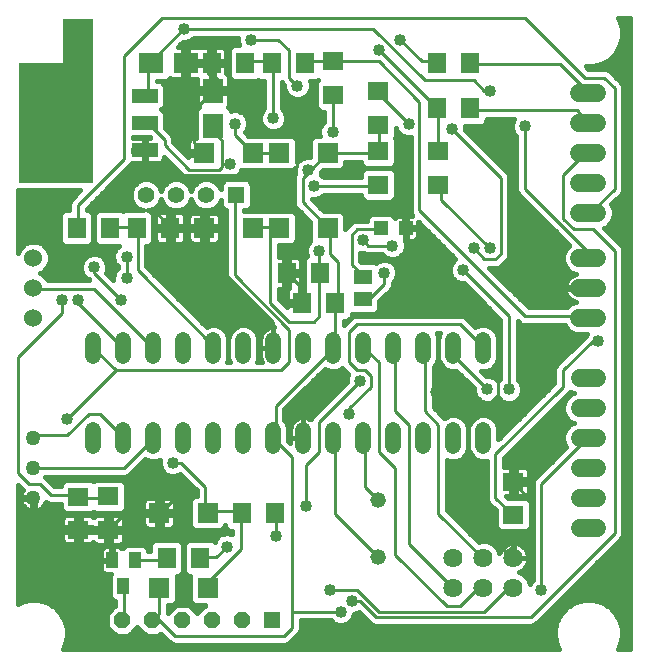
<source format=gtl>
G75*
%MOIN*%
%OFA0B0*%
%FSLAX25Y25*%
%IPPOS*%
%LPD*%
%AMOC8*
5,1,8,0,0,1.08239X$1,22.5*
%
%ADD10R,0.25000X0.40000*%
%ADD11R,0.10000X0.15000*%
%ADD12R,0.07087X0.06299*%
%ADD13R,0.08465X0.07087*%
%ADD14R,0.07087X0.08465*%
%ADD15R,0.07087X0.06693*%
%ADD16C,0.05200*%
%ADD17R,0.08799X0.04799*%
%ADD18R,0.08661X0.14173*%
%ADD19C,0.06000*%
%ADD20C,0.06400*%
%ADD21C,0.05200*%
%ADD22R,0.07098X0.06299*%
%ADD23R,0.06299X0.07098*%
%ADD24R,0.03937X0.05512*%
%ADD25R,0.04724X0.04724*%
%ADD26R,0.05906X0.05118*%
%ADD27C,0.05937*%
%ADD28R,0.06299X0.07087*%
%ADD29OC8,0.05543*%
%ADD30R,0.05543X0.05543*%
%ADD31C,0.05543*%
%ADD32C,0.05000*%
%ADD33C,0.06000*%
%ADD34C,0.01000*%
%ADD35C,0.04000*%
%ADD36C,0.01600*%
%ADD37R,0.03962X0.03962*%
D10*
X0039300Y0196800D03*
X0039300Y0196800D03*
D11*
X0046800Y0224300D03*
D12*
X0191800Y0077312D03*
X0191800Y0066288D03*
X0046800Y0061288D03*
X0046800Y0072312D03*
D13*
X0070993Y0216800D03*
X0082607Y0216800D03*
D14*
X0091800Y0207607D03*
X0091800Y0195993D03*
D15*
X0088729Y0186800D03*
X0104871Y0186800D03*
X0113729Y0186800D03*
X0129871Y0186800D03*
X0129871Y0161800D03*
X0113729Y0161800D03*
X0104871Y0161800D03*
X0088729Y0161800D03*
X0089871Y0066800D03*
X0073729Y0066800D03*
X0073729Y0041800D03*
X0089871Y0041800D03*
D16*
X0091800Y0089200D02*
X0091800Y0094400D01*
X0081800Y0094400D02*
X0081800Y0089200D01*
X0071800Y0089200D02*
X0071800Y0094400D01*
X0061800Y0094400D02*
X0061800Y0089200D01*
X0051800Y0089200D02*
X0051800Y0094400D01*
X0051800Y0119200D02*
X0051800Y0124400D01*
X0061800Y0124400D02*
X0061800Y0119200D01*
X0071800Y0119200D02*
X0071800Y0124400D01*
X0081800Y0124400D02*
X0081800Y0119200D01*
X0091800Y0119200D02*
X0091800Y0124400D01*
X0101800Y0124400D02*
X0101800Y0119200D01*
X0111800Y0119200D02*
X0111800Y0124400D01*
X0121800Y0124400D02*
X0121800Y0119200D01*
X0131800Y0119200D02*
X0131800Y0124400D01*
X0141800Y0124400D02*
X0141800Y0119200D01*
X0151800Y0119200D02*
X0151800Y0124400D01*
X0161800Y0124400D02*
X0161800Y0119200D01*
X0171800Y0119200D02*
X0171800Y0124400D01*
X0181800Y0124400D02*
X0181800Y0119200D01*
X0181800Y0094400D02*
X0181800Y0089200D01*
X0171800Y0089200D02*
X0171800Y0094400D01*
X0161800Y0094400D02*
X0161800Y0089200D01*
X0151800Y0089200D02*
X0151800Y0094400D01*
X0141800Y0094400D02*
X0141800Y0089200D01*
X0131800Y0089200D02*
X0131800Y0094400D01*
X0121800Y0094400D02*
X0121800Y0089200D01*
X0111800Y0089200D02*
X0111800Y0094400D01*
X0101800Y0094400D02*
X0101800Y0089200D01*
D17*
X0069001Y0187702D03*
X0069001Y0196800D03*
X0069001Y0205898D03*
D18*
X0044599Y0196800D03*
D19*
X0213800Y0196800D02*
X0219800Y0196800D01*
X0219800Y0186800D02*
X0213800Y0186800D01*
X0213800Y0176800D02*
X0219800Y0176800D01*
X0219800Y0166800D02*
X0213800Y0166800D01*
X0213800Y0151800D02*
X0219800Y0151800D01*
X0219800Y0141800D02*
X0213800Y0141800D01*
X0213800Y0131800D02*
X0219800Y0131800D01*
X0219800Y0206800D02*
X0213800Y0206800D01*
D20*
X0191800Y0051800D03*
X0191800Y0041800D03*
X0181800Y0041800D03*
X0181800Y0051800D03*
X0171800Y0051800D03*
X0171800Y0041800D03*
D21*
X0146800Y0052300D03*
X0146800Y0071300D03*
D22*
X0056800Y0072398D03*
X0056800Y0061202D03*
X0146800Y0176202D03*
X0146800Y0187398D03*
X0146800Y0196202D03*
X0146800Y0207398D03*
X0131800Y0206202D03*
X0131800Y0217398D03*
X0166800Y0187398D03*
X0166800Y0176202D03*
D23*
X0166202Y0201800D03*
X0177398Y0201800D03*
X0177398Y0216800D03*
X0166202Y0216800D03*
X0122398Y0216800D03*
X0111202Y0216800D03*
X0102398Y0216800D03*
X0091202Y0216800D03*
X0077398Y0161800D03*
X0066202Y0161800D03*
X0057398Y0161800D03*
X0046202Y0161800D03*
X0116202Y0146800D03*
X0127398Y0146800D03*
X0112398Y0066800D03*
X0101202Y0066800D03*
X0087398Y0051800D03*
X0076202Y0051800D03*
D24*
X0065540Y0051131D03*
X0058060Y0051131D03*
X0061800Y0042469D03*
D25*
X0147666Y0161800D03*
X0155934Y0161800D03*
D26*
X0141800Y0145540D03*
X0141800Y0138060D03*
D27*
X0213831Y0111800D02*
X0219769Y0111800D01*
X0219769Y0101800D02*
X0213831Y0101800D01*
X0213831Y0091800D02*
X0219769Y0091800D01*
X0219769Y0081800D02*
X0213831Y0081800D01*
X0213831Y0071800D02*
X0219769Y0071800D01*
X0219769Y0061800D02*
X0213831Y0061800D01*
D28*
X0132312Y0136800D03*
X0121288Y0136800D03*
D29*
X0101488Y0031133D03*
X0091488Y0031133D03*
X0081488Y0031133D03*
X0071488Y0031133D03*
X0061488Y0031133D03*
D30*
X0111488Y0031133D03*
X0099359Y0172863D03*
D31*
X0089359Y0172863D03*
X0079359Y0172863D03*
X0069359Y0172863D03*
D32*
X0031800Y0091800D03*
X0031800Y0081800D03*
X0031800Y0071800D03*
D33*
X0031800Y0131800D03*
X0031800Y0141800D03*
X0031800Y0151800D03*
D34*
X0031800Y0141800D02*
X0032160Y0141489D01*
X0052038Y0141489D01*
X0071013Y0122515D01*
X0071800Y0121800D01*
X0061800Y0121800D02*
X0061074Y0122515D01*
X0046617Y0136971D01*
X0046617Y0137875D01*
X0041196Y0137875D02*
X0041196Y0133357D01*
X0026739Y0118900D01*
X0026739Y0080048D01*
X0030353Y0076434D01*
X0033967Y0076434D01*
X0037581Y0072820D01*
X0046617Y0072820D01*
X0046800Y0072312D01*
X0047520Y0071916D01*
X0056556Y0071916D01*
X0056800Y0072398D01*
X0056556Y0072820D01*
X0061977Y0066495D02*
X0057459Y0061977D01*
X0056800Y0061202D01*
X0057459Y0061074D01*
X0057459Y0051135D01*
X0058060Y0051131D01*
X0065540Y0051131D02*
X0065591Y0051135D01*
X0075530Y0051135D01*
X0076202Y0051800D01*
X0073729Y0041800D02*
X0073723Y0041196D01*
X0073723Y0033064D01*
X0072820Y0032160D01*
X0071488Y0031133D01*
X0071916Y0031257D01*
X0072820Y0032160D01*
X0079144Y0025835D01*
X0115286Y0025835D01*
X0117997Y0028546D01*
X0117997Y0033967D01*
X0134261Y0033967D01*
X0137875Y0037581D02*
X0140585Y0037581D01*
X0146007Y0032160D01*
X0197509Y0032160D01*
X0225519Y0060170D01*
X0225519Y0154139D01*
X0218290Y0161367D01*
X0211965Y0161367D01*
X0208351Y0164981D01*
X0208351Y0179438D01*
X0216483Y0187570D01*
X0216800Y0186800D01*
X0216800Y0196800D02*
X0216483Y0197509D01*
X0212869Y0201123D01*
X0177631Y0201123D01*
X0177398Y0201800D01*
X0182148Y0207448D02*
X0178534Y0211062D01*
X0162270Y0211062D01*
X0145103Y0228229D01*
X0081855Y0228229D01*
X0071013Y0217387D01*
X0070993Y0216800D01*
X0070109Y0216483D01*
X0070109Y0207448D01*
X0069206Y0206544D01*
X0069001Y0205898D01*
X0069206Y0197509D02*
X0069001Y0196800D01*
X0069206Y0197509D02*
X0075530Y0191184D01*
X0075530Y0189377D01*
X0083662Y0181245D01*
X0093601Y0181245D01*
X0094505Y0182148D01*
X0094505Y0183052D01*
X0097215Y0183052D01*
X0094505Y0183052D02*
X0094505Y0191184D01*
X0092698Y0192991D01*
X0092698Y0195702D01*
X0091800Y0195993D01*
X0085469Y0201123D02*
X0085469Y0190280D01*
X0088180Y0187570D01*
X0088729Y0186800D01*
X0099022Y0192991D02*
X0099022Y0196605D01*
X0099022Y0192991D02*
X0104444Y0187570D01*
X0104871Y0186800D01*
X0105347Y0186666D01*
X0113479Y0186666D01*
X0113729Y0186800D01*
X0111672Y0192991D02*
X0117997Y0192991D01*
X0119804Y0191184D01*
X0119804Y0182148D01*
X0111672Y0174017D01*
X0119804Y0165885D01*
X0119804Y0157753D01*
X0117093Y0155042D01*
X0117093Y0146910D01*
X0116202Y0146800D01*
X0117093Y0146007D01*
X0120707Y0142393D01*
X0120707Y0136971D01*
X0121288Y0136800D01*
X0127032Y0132454D02*
X0125225Y0130646D01*
X0117093Y0130646D01*
X0110769Y0136971D01*
X0110769Y0162270D01*
X0113729Y0161800D01*
X0113479Y0162270D01*
X0110769Y0162270D01*
X0105347Y0162270D01*
X0104871Y0161800D01*
X0099022Y0172209D02*
X0099359Y0172863D01*
X0099022Y0172209D02*
X0099022Y0146007D01*
X0117093Y0127936D01*
X0117093Y0117093D01*
X0114383Y0114383D01*
X0059267Y0114383D01*
X0043003Y0098119D01*
X0043003Y0092698D02*
X0050231Y0099926D01*
X0053845Y0099926D01*
X0061074Y0092698D01*
X0061800Y0091800D01*
X0061977Y0081855D02*
X0071916Y0091794D01*
X0071800Y0091800D01*
X0078241Y0083662D02*
X0080952Y0083662D01*
X0089083Y0075530D01*
X0089083Y0067398D01*
X0089871Y0066800D01*
X0089987Y0067398D01*
X0100830Y0067398D01*
X0101202Y0066800D01*
X0100830Y0066495D01*
X0100830Y0054749D01*
X0089987Y0043906D01*
X0089987Y0042099D01*
X0089871Y0041800D01*
X0087398Y0051800D02*
X0088180Y0052038D01*
X0092698Y0052038D01*
X0096312Y0055652D01*
X0112576Y0059267D02*
X0112576Y0066495D01*
X0112398Y0066800D01*
X0122515Y0069206D02*
X0122515Y0082759D01*
X0127032Y0087276D01*
X0127032Y0097215D01*
X0140585Y0110769D01*
X0139682Y0114383D02*
X0136971Y0117093D01*
X0136971Y0127032D01*
X0139682Y0129743D01*
X0174017Y0129743D01*
X0181245Y0122515D01*
X0181800Y0121800D01*
X0186666Y0127032D02*
X0186666Y0106251D01*
X0176727Y0096312D01*
X0165885Y0107154D01*
X0162270Y0100830D02*
X0166788Y0096312D01*
X0166788Y0066495D01*
X0181245Y0052038D01*
X0181800Y0051800D01*
X0189377Y0053845D02*
X0191184Y0052038D01*
X0191800Y0051800D01*
X0189377Y0053845D01*
X0197509Y0061977D01*
X0197509Y0071013D01*
X0192087Y0076434D01*
X0191800Y0077312D01*
X0185763Y0071916D02*
X0185763Y0086373D01*
X0208351Y0108961D01*
X0208351Y0114383D01*
X0218290Y0124322D01*
X0220097Y0124322D01*
X0216800Y0131800D02*
X0216483Y0132454D01*
X0195702Y0132454D01*
X0160463Y0167692D01*
X0160463Y0203833D01*
X0146910Y0217387D01*
X0132454Y0217387D01*
X0131800Y0217398D01*
X0131550Y0217387D01*
X0122515Y0217387D01*
X0122398Y0216800D01*
X0117093Y0221001D02*
X0117093Y0211965D01*
X0119804Y0209255D01*
X0111672Y0216483D02*
X0111672Y0198412D01*
X0111672Y0192991D02*
X0097215Y0207448D01*
X0092698Y0207448D01*
X0091800Y0207607D01*
X0091794Y0208351D01*
X0091794Y0216483D01*
X0091202Y0216800D01*
X0090891Y0217387D01*
X0082759Y0217387D01*
X0082607Y0216800D01*
X0091800Y0207607D02*
X0091794Y0207448D01*
X0085469Y0201123D01*
X0069001Y0187702D02*
X0068302Y0187570D01*
X0068302Y0179438D01*
X0106251Y0179438D01*
X0111672Y0174017D01*
X0121611Y0170402D02*
X0129743Y0162270D01*
X0129871Y0161800D01*
X0130646Y0161367D01*
X0130646Y0153235D01*
X0133357Y0150524D01*
X0133357Y0137875D01*
X0132454Y0136971D01*
X0132312Y0136800D01*
X0132454Y0136068D01*
X0132454Y0122515D01*
X0131800Y0121800D01*
X0131550Y0121611D01*
X0112576Y0102637D01*
X0112576Y0092698D01*
X0111800Y0091800D01*
X0111672Y0091794D01*
X0117997Y0085469D01*
X0117997Y0033967D01*
X0130646Y0041196D02*
X0139682Y0041196D01*
X0146910Y0033967D01*
X0182148Y0033967D01*
X0189377Y0041196D01*
X0191184Y0041196D01*
X0191800Y0041800D01*
X0201123Y0041196D02*
X0201123Y0076434D01*
X0216483Y0091794D01*
X0216800Y0091800D01*
X0191800Y0066288D02*
X0191184Y0066495D01*
X0185763Y0071916D01*
X0176727Y0066495D02*
X0189377Y0053845D01*
X0181800Y0041800D02*
X0181245Y0041196D01*
X0179438Y0041196D01*
X0174017Y0035774D01*
X0169499Y0035774D01*
X0152331Y0052942D01*
X0152331Y0081855D01*
X0146910Y0087276D01*
X0146910Y0117093D01*
X0142393Y0121611D01*
X0141800Y0121800D01*
X0142393Y0114383D02*
X0139682Y0114383D01*
X0142393Y0114383D02*
X0144200Y0112576D01*
X0144200Y0108961D01*
X0136971Y0101733D01*
X0136971Y0099926D01*
X0132454Y0091794D02*
X0131800Y0091800D01*
X0132454Y0091794D02*
X0132454Y0066495D01*
X0146007Y0052942D01*
X0146800Y0052300D01*
X0156849Y0056556D02*
X0171306Y0042099D01*
X0171800Y0041800D01*
X0156849Y0056556D02*
X0156849Y0096312D01*
X0152331Y0100830D01*
X0152331Y0121611D01*
X0151800Y0121800D01*
X0161800Y0121800D02*
X0162270Y0121611D01*
X0162270Y0100830D01*
X0176727Y0096312D02*
X0176727Y0066495D01*
X0146800Y0071300D02*
X0146007Y0071916D01*
X0142393Y0075530D01*
X0142393Y0091794D01*
X0141800Y0091800D01*
X0172209Y0118900D02*
X0183052Y0108058D01*
X0190280Y0108058D02*
X0190280Y0132454D01*
X0174920Y0147814D01*
X0182148Y0151428D02*
X0178534Y0155042D01*
X0182148Y0151428D02*
X0185763Y0151428D01*
X0187570Y0153235D01*
X0187570Y0178534D01*
X0171306Y0194798D01*
X0166788Y0201123D02*
X0166202Y0201800D01*
X0165885Y0202026D01*
X0146910Y0221001D01*
X0154139Y0224615D02*
X0161367Y0217387D01*
X0165885Y0217387D01*
X0166202Y0216800D01*
X0177398Y0216800D02*
X0177631Y0216483D01*
X0207448Y0216483D01*
X0216483Y0207448D01*
X0216800Y0206800D01*
X0215580Y0211965D02*
X0221904Y0211965D01*
X0225519Y0208351D01*
X0225519Y0174920D01*
X0217387Y0166788D01*
X0216800Y0166800D01*
X0216483Y0154139D02*
X0195702Y0174920D01*
X0195702Y0195702D01*
X0183956Y0207448D02*
X0182148Y0207448D01*
X0166788Y0201123D02*
X0166788Y0187570D01*
X0166800Y0187398D01*
X0166800Y0176202D02*
X0167692Y0175824D01*
X0167692Y0171306D01*
X0183956Y0155042D01*
X0186666Y0127032D02*
X0155946Y0157753D01*
X0155946Y0161367D01*
X0155934Y0161800D01*
X0155042Y0162270D01*
X0155042Y0172209D01*
X0155042Y0181245D01*
X0146800Y0176202D02*
X0146007Y0175824D01*
X0125225Y0175824D01*
X0121611Y0178534D02*
X0121611Y0170402D01*
X0121611Y0178534D02*
X0124322Y0181245D01*
X0123418Y0181245D01*
X0124322Y0181245D02*
X0129743Y0186666D01*
X0129871Y0186800D01*
X0130646Y0186666D01*
X0146007Y0186666D01*
X0146800Y0187398D01*
X0146910Y0187570D01*
X0146910Y0195702D01*
X0146800Y0196202D01*
X0156849Y0196605D02*
X0146910Y0206544D01*
X0146800Y0207398D01*
X0131800Y0206202D02*
X0131550Y0205641D01*
X0131550Y0193894D01*
X0111672Y0216483D02*
X0111202Y0216800D01*
X0110769Y0217387D01*
X0102637Y0217387D01*
X0102398Y0216800D01*
X0104444Y0224615D02*
X0113479Y0224615D01*
X0117093Y0221001D01*
X0074627Y0231843D02*
X0195702Y0231843D01*
X0215580Y0211965D01*
X0216483Y0154139D02*
X0216483Y0152331D01*
X0216800Y0151800D01*
X0172209Y0121611D02*
X0172209Y0118900D01*
X0172209Y0121611D02*
X0171800Y0121800D01*
X0148717Y0143296D02*
X0148717Y0146910D01*
X0148717Y0143296D02*
X0144200Y0138778D01*
X0142393Y0138778D01*
X0141800Y0138060D01*
X0141800Y0145540D02*
X0141489Y0146007D01*
X0137875Y0149621D01*
X0137875Y0159560D01*
X0139682Y0161367D01*
X0146910Y0161367D01*
X0147666Y0161800D01*
X0151428Y0155946D02*
X0143296Y0155946D01*
X0141489Y0157753D01*
X0127032Y0154139D02*
X0127032Y0146910D01*
X0127398Y0146800D01*
X0127032Y0146007D01*
X0127032Y0132454D01*
X0111672Y0130646D02*
X0111672Y0122515D01*
X0111800Y0121800D01*
X0111672Y0130646D02*
X0089083Y0153235D01*
X0089083Y0161367D01*
X0088729Y0161800D01*
X0088180Y0162270D01*
X0078241Y0162270D01*
X0077398Y0161800D01*
X0077337Y0162270D01*
X0071916Y0167692D01*
X0067398Y0167692D01*
X0063784Y0171306D01*
X0063784Y0174920D01*
X0068302Y0179438D01*
X0061977Y0184859D02*
X0061977Y0219194D01*
X0074627Y0231843D01*
X0061977Y0184859D02*
X0046617Y0169499D01*
X0046617Y0162270D01*
X0046202Y0161800D01*
X0057398Y0161800D02*
X0057459Y0162270D01*
X0065591Y0162270D01*
X0066202Y0161800D01*
X0066495Y0161367D01*
X0066495Y0147814D01*
X0091794Y0122515D01*
X0091800Y0121800D01*
X0062881Y0145103D02*
X0062881Y0152331D01*
X0052038Y0148717D02*
X0052038Y0146910D01*
X0061074Y0137875D01*
X0051800Y0121800D02*
X0052038Y0121611D01*
X0059267Y0114383D01*
X0043003Y0092698D02*
X0032160Y0092698D01*
X0031800Y0091800D01*
X0032160Y0081855D02*
X0031800Y0081800D01*
X0032160Y0081855D02*
X0061977Y0081855D01*
X0061977Y0066495D02*
X0073723Y0066495D01*
X0073729Y0066800D01*
X0074627Y0067398D01*
X0080952Y0073723D01*
X0085469Y0073723D01*
X0056556Y0061977D02*
X0056800Y0061202D01*
X0061800Y0042469D02*
X0061977Y0042099D01*
X0061977Y0031257D01*
X0061488Y0031133D01*
X0032160Y0071013D02*
X0031800Y0071800D01*
D35*
X0043003Y0098119D03*
X0078241Y0083662D03*
X0085469Y0073723D03*
X0096312Y0055652D03*
X0112576Y0059267D03*
X0122515Y0069206D03*
X0130646Y0041196D03*
X0134261Y0033967D03*
X0137875Y0037581D03*
X0136971Y0099926D03*
X0140585Y0110769D03*
X0165885Y0107154D03*
X0183052Y0108058D03*
X0190280Y0108058D03*
X0220097Y0124322D03*
X0183956Y0155042D03*
X0178534Y0155042D03*
X0174920Y0147814D03*
X0155042Y0172209D03*
X0155042Y0181245D03*
X0156849Y0196605D03*
X0171306Y0194798D03*
X0183956Y0207448D03*
X0195702Y0195702D03*
X0154139Y0224615D03*
X0146910Y0221001D03*
X0119804Y0209255D03*
X0111672Y0198412D03*
X0099022Y0196605D03*
X0097215Y0183052D03*
X0123418Y0181245D03*
X0125225Y0175824D03*
X0131550Y0193894D03*
X0104444Y0224615D03*
X0081855Y0228229D03*
X0141489Y0157753D03*
X0151428Y0155946D03*
X0148717Y0146910D03*
X0127032Y0154139D03*
X0062881Y0152331D03*
X0062881Y0145103D03*
X0061074Y0137875D03*
X0052038Y0148717D03*
X0046617Y0137875D03*
X0041196Y0137875D03*
X0201123Y0041196D03*
D36*
X0026600Y0036614D02*
X0026600Y0076086D01*
X0028337Y0074349D01*
X0028122Y0074054D01*
X0027815Y0073451D01*
X0027606Y0072807D01*
X0027518Y0072250D01*
X0031350Y0072250D01*
X0031350Y0071350D01*
X0032250Y0071350D01*
X0032250Y0067518D01*
X0032807Y0067606D01*
X0033451Y0067815D01*
X0034054Y0068122D01*
X0034601Y0068520D01*
X0035080Y0068999D01*
X0035478Y0069546D01*
X0035785Y0070149D01*
X0035875Y0070425D01*
X0035939Y0070361D01*
X0037005Y0069920D01*
X0040857Y0069920D01*
X0040857Y0068685D01*
X0041222Y0067803D01*
X0041897Y0067128D01*
X0042779Y0066762D01*
X0050821Y0066762D01*
X0051703Y0067128D01*
X0051840Y0067265D01*
X0051891Y0067214D01*
X0052773Y0066849D01*
X0060827Y0066849D01*
X0061709Y0067214D01*
X0062384Y0067889D01*
X0062749Y0068771D01*
X0062749Y0076025D01*
X0062384Y0076908D01*
X0061709Y0077583D01*
X0060827Y0077948D01*
X0052773Y0077948D01*
X0051891Y0077583D01*
X0051754Y0077445D01*
X0051703Y0077496D01*
X0050821Y0077861D01*
X0042779Y0077861D01*
X0041897Y0077496D01*
X0041222Y0076821D01*
X0040857Y0075939D01*
X0040857Y0075720D01*
X0038783Y0075720D01*
X0035716Y0078786D01*
X0035885Y0078955D01*
X0062554Y0078955D01*
X0063620Y0079397D01*
X0069121Y0084898D01*
X0070805Y0084200D01*
X0072795Y0084200D01*
X0073889Y0084653D01*
X0073841Y0084537D01*
X0073841Y0082787D01*
X0074511Y0081170D01*
X0075749Y0079932D01*
X0077366Y0079262D01*
X0079116Y0079262D01*
X0080625Y0079887D01*
X0086183Y0074329D01*
X0086183Y0072546D01*
X0085850Y0072546D01*
X0084968Y0072181D01*
X0084293Y0071506D01*
X0083928Y0070624D01*
X0083928Y0062976D01*
X0084293Y0062094D01*
X0084968Y0061419D01*
X0085850Y0061054D01*
X0093892Y0061054D01*
X0094774Y0061419D01*
X0095449Y0062094D01*
X0095691Y0062679D01*
X0096017Y0061891D01*
X0096692Y0061216D01*
X0097575Y0060851D01*
X0097930Y0060851D01*
X0097930Y0059745D01*
X0097187Y0060052D01*
X0095437Y0060052D01*
X0093819Y0059382D01*
X0092582Y0058145D01*
X0092161Y0057130D01*
X0091908Y0057384D01*
X0091025Y0057749D01*
X0083771Y0057749D01*
X0082889Y0057384D01*
X0082214Y0056709D01*
X0081849Y0055827D01*
X0081849Y0047773D01*
X0082214Y0046891D01*
X0082889Y0046216D01*
X0083771Y0045851D01*
X0084022Y0045851D01*
X0083928Y0045624D01*
X0083928Y0037976D01*
X0084293Y0037094D01*
X0084968Y0036419D01*
X0085850Y0036054D01*
X0089095Y0036054D01*
X0086488Y0033447D01*
X0083630Y0036305D01*
X0079346Y0036305D01*
X0076623Y0033582D01*
X0076623Y0036054D01*
X0077750Y0036054D01*
X0078632Y0036419D01*
X0079307Y0037094D01*
X0079672Y0037976D01*
X0079672Y0045624D01*
X0079578Y0045851D01*
X0079829Y0045851D01*
X0080711Y0046216D01*
X0081386Y0046891D01*
X0081751Y0047773D01*
X0081751Y0055827D01*
X0081386Y0056709D01*
X0080711Y0057384D01*
X0079829Y0057749D01*
X0072575Y0057749D01*
X0071692Y0057384D01*
X0071017Y0056709D01*
X0070652Y0055827D01*
X0070652Y0054035D01*
X0069909Y0054035D01*
X0069909Y0054364D01*
X0069543Y0055246D01*
X0068868Y0055921D01*
X0067986Y0056287D01*
X0063094Y0056287D01*
X0062212Y0055921D01*
X0061537Y0055246D01*
X0061443Y0055018D01*
X0061134Y0055327D01*
X0060723Y0055564D01*
X0060265Y0055687D01*
X0058244Y0055687D01*
X0058244Y0051315D01*
X0057876Y0051315D01*
X0057876Y0055687D01*
X0055854Y0055687D01*
X0055397Y0055564D01*
X0054986Y0055327D01*
X0054651Y0054992D01*
X0054414Y0054581D01*
X0054291Y0054124D01*
X0054291Y0051315D01*
X0057876Y0051315D01*
X0057876Y0050946D01*
X0054291Y0050946D01*
X0054291Y0048138D01*
X0054414Y0047680D01*
X0054651Y0047270D01*
X0054986Y0046934D01*
X0055397Y0046697D01*
X0055854Y0046575D01*
X0057793Y0046575D01*
X0057431Y0045703D01*
X0057431Y0039236D01*
X0057797Y0038354D01*
X0058472Y0037679D01*
X0059077Y0037428D01*
X0059077Y0036036D01*
X0056316Y0033275D01*
X0056316Y0028991D01*
X0059346Y0025961D01*
X0063630Y0025961D01*
X0066488Y0028819D01*
X0069346Y0025961D01*
X0073630Y0025961D01*
X0074274Y0026605D01*
X0076686Y0024193D01*
X0077502Y0023377D01*
X0078568Y0022935D01*
X0115863Y0022935D01*
X0116929Y0023377D01*
X0119640Y0026088D01*
X0120455Y0026903D01*
X0120897Y0027969D01*
X0120897Y0031067D01*
X0130938Y0031067D01*
X0131768Y0030237D01*
X0133385Y0029567D01*
X0135136Y0029567D01*
X0136753Y0030237D01*
X0137991Y0031475D01*
X0138661Y0033092D01*
X0138661Y0033181D01*
X0138750Y0033181D01*
X0140259Y0033807D01*
X0143548Y0030518D01*
X0144364Y0029702D01*
X0145430Y0029260D01*
X0198086Y0029260D01*
X0199151Y0029702D01*
X0199967Y0030518D01*
X0227161Y0057712D01*
X0227977Y0058527D01*
X0228418Y0059593D01*
X0228418Y0154715D01*
X0227977Y0155781D01*
X0221924Y0161835D01*
X0222859Y0162222D01*
X0224378Y0163741D01*
X0225200Y0165726D01*
X0225200Y0167874D01*
X0224431Y0169731D01*
X0227977Y0173277D01*
X0228418Y0174343D01*
X0228418Y0208928D01*
X0227977Y0209994D01*
X0227161Y0210810D01*
X0223547Y0214424D01*
X0222481Y0214865D01*
X0216781Y0214865D01*
X0215945Y0215701D01*
X0218261Y0215701D01*
X0221084Y0216457D01*
X0223615Y0217918D01*
X0225682Y0219985D01*
X0227143Y0222516D01*
X0227899Y0225339D01*
X0227899Y0228261D01*
X0227143Y0231084D01*
X0226637Y0231961D01*
X0230701Y0231961D01*
X0230701Y0021600D01*
X0226614Y0021600D01*
X0227143Y0022516D01*
X0227899Y0025339D01*
X0227899Y0028261D01*
X0227143Y0031084D01*
X0225682Y0033615D01*
X0223615Y0035682D01*
X0221084Y0037143D01*
X0218261Y0037899D01*
X0215339Y0037899D01*
X0212516Y0037143D01*
X0209985Y0035682D01*
X0207918Y0033615D01*
X0206457Y0031084D01*
X0205701Y0028261D01*
X0205701Y0025339D01*
X0206457Y0022516D01*
X0206986Y0021600D01*
X0041614Y0021600D01*
X0042143Y0022516D01*
X0042899Y0025339D01*
X0042899Y0028261D01*
X0042143Y0031084D01*
X0040682Y0033615D01*
X0038615Y0035682D01*
X0036084Y0037143D01*
X0033261Y0037899D01*
X0030339Y0037899D01*
X0027516Y0037143D01*
X0026600Y0036614D01*
X0026600Y0037581D02*
X0029150Y0037581D01*
X0026600Y0039179D02*
X0057455Y0039179D01*
X0057431Y0040778D02*
X0026600Y0040778D01*
X0026600Y0042376D02*
X0057431Y0042376D01*
X0057431Y0043975D02*
X0026600Y0043975D01*
X0026600Y0045573D02*
X0057431Y0045573D01*
X0054749Y0047172D02*
X0026600Y0047172D01*
X0026600Y0048770D02*
X0054291Y0048770D01*
X0054291Y0050369D02*
X0026600Y0050369D01*
X0026600Y0051967D02*
X0054291Y0051967D01*
X0054291Y0053566D02*
X0026600Y0053566D01*
X0026600Y0055164D02*
X0054823Y0055164D01*
X0056025Y0056252D02*
X0053014Y0056252D01*
X0052556Y0056375D01*
X0052146Y0056612D01*
X0051810Y0056947D01*
X0051769Y0057019D01*
X0051449Y0056698D01*
X0051038Y0056461D01*
X0050580Y0056339D01*
X0047575Y0056339D01*
X0047575Y0060513D01*
X0046025Y0060513D01*
X0046025Y0056339D01*
X0043020Y0056339D01*
X0042562Y0056461D01*
X0042151Y0056698D01*
X0041816Y0057033D01*
X0041579Y0057444D01*
X0041457Y0057902D01*
X0041457Y0060513D01*
X0046025Y0060513D01*
X0046025Y0062063D01*
X0041457Y0062063D01*
X0041457Y0064675D01*
X0041579Y0065133D01*
X0041816Y0065543D01*
X0042151Y0065878D01*
X0042562Y0066115D01*
X0043020Y0066238D01*
X0046025Y0066238D01*
X0046025Y0062063D01*
X0047575Y0062063D01*
X0051451Y0062063D01*
X0051451Y0061976D01*
X0056025Y0061976D01*
X0056025Y0060427D01*
X0052143Y0060427D01*
X0052143Y0060513D01*
X0047575Y0060513D01*
X0047575Y0062063D01*
X0047575Y0066238D01*
X0050580Y0066238D01*
X0051038Y0066115D01*
X0051449Y0065878D01*
X0051784Y0065543D01*
X0051825Y0065471D01*
X0052146Y0065792D01*
X0052556Y0066029D01*
X0053014Y0066151D01*
X0056025Y0066151D01*
X0056025Y0061976D01*
X0057575Y0061976D01*
X0062149Y0061976D01*
X0062149Y0064588D01*
X0062027Y0065046D01*
X0061790Y0065456D01*
X0061454Y0065792D01*
X0061044Y0066029D01*
X0060586Y0066151D01*
X0057575Y0066151D01*
X0057575Y0061976D01*
X0057575Y0060427D01*
X0062149Y0060427D01*
X0062149Y0057815D01*
X0062027Y0057357D01*
X0061790Y0056947D01*
X0061454Y0056612D01*
X0061044Y0056375D01*
X0060586Y0056252D01*
X0057575Y0056252D01*
X0057575Y0060427D01*
X0056025Y0060427D01*
X0056025Y0056252D01*
X0056025Y0056763D02*
X0057575Y0056763D01*
X0057575Y0058361D02*
X0056025Y0058361D01*
X0056025Y0059960D02*
X0057575Y0059960D01*
X0057575Y0061558D02*
X0084829Y0061558D01*
X0083928Y0063157D02*
X0079056Y0063157D01*
X0079072Y0063217D02*
X0079072Y0066000D01*
X0074529Y0066000D01*
X0074529Y0061654D01*
X0077509Y0061654D01*
X0077967Y0061776D01*
X0078378Y0062013D01*
X0078713Y0062348D01*
X0078950Y0062759D01*
X0079072Y0063217D01*
X0079072Y0064755D02*
X0083928Y0064755D01*
X0083928Y0066354D02*
X0074529Y0066354D01*
X0074529Y0066000D02*
X0074529Y0067600D01*
X0072929Y0067600D01*
X0072929Y0066000D01*
X0068386Y0066000D01*
X0068386Y0063217D01*
X0068508Y0062759D01*
X0068745Y0062348D01*
X0069081Y0062013D01*
X0069491Y0061776D01*
X0069949Y0061654D01*
X0072929Y0061654D01*
X0072929Y0066000D01*
X0074529Y0066000D01*
X0074529Y0064755D02*
X0072929Y0064755D01*
X0072929Y0063157D02*
X0074529Y0063157D01*
X0072929Y0066354D02*
X0026600Y0066354D01*
X0026600Y0067952D02*
X0029880Y0067952D01*
X0030149Y0067815D02*
X0030793Y0067606D01*
X0031350Y0067518D01*
X0031350Y0071350D01*
X0027518Y0071350D01*
X0027606Y0070793D01*
X0027815Y0070149D01*
X0028122Y0069546D01*
X0028520Y0068999D01*
X0028999Y0068520D01*
X0029546Y0068122D01*
X0030149Y0067815D01*
X0031350Y0067952D02*
X0032250Y0067952D01*
X0033720Y0067952D02*
X0041160Y0067952D01*
X0040857Y0069551D02*
X0035480Y0069551D01*
X0032250Y0069551D02*
X0031350Y0069551D01*
X0031350Y0071149D02*
X0032250Y0071149D01*
X0028120Y0069551D02*
X0026600Y0069551D01*
X0026600Y0071149D02*
X0027549Y0071149D01*
X0027597Y0072748D02*
X0026600Y0072748D01*
X0026600Y0074346D02*
X0028335Y0074346D01*
X0026741Y0075945D02*
X0026600Y0075945D01*
X0036959Y0077543D02*
X0042012Y0077543D01*
X0040859Y0075945D02*
X0038557Y0075945D01*
X0041478Y0064755D02*
X0026600Y0064755D01*
X0026600Y0063157D02*
X0041457Y0063157D01*
X0041457Y0059960D02*
X0026600Y0059960D01*
X0026600Y0061558D02*
X0046025Y0061558D01*
X0047575Y0061558D02*
X0056025Y0061558D01*
X0056025Y0063157D02*
X0057575Y0063157D01*
X0057575Y0064755D02*
X0056025Y0064755D01*
X0062104Y0064755D02*
X0068386Y0064755D01*
X0068402Y0063157D02*
X0062149Y0063157D01*
X0062149Y0059960D02*
X0095213Y0059960D01*
X0094913Y0061558D02*
X0096350Y0061558D01*
X0097410Y0059960D02*
X0097930Y0059960D01*
X0092798Y0058361D02*
X0062149Y0058361D01*
X0061606Y0056763D02*
X0071071Y0056763D01*
X0070652Y0055164D02*
X0069577Y0055164D01*
X0061503Y0055164D02*
X0061296Y0055164D01*
X0058244Y0055164D02*
X0057876Y0055164D01*
X0057876Y0053566D02*
X0058244Y0053566D01*
X0058244Y0051967D02*
X0057876Y0051967D01*
X0051994Y0056763D02*
X0051513Y0056763D01*
X0047575Y0056763D02*
X0046025Y0056763D01*
X0046025Y0058361D02*
X0047575Y0058361D01*
X0047575Y0059960D02*
X0046025Y0059960D01*
X0046025Y0063157D02*
X0047575Y0063157D01*
X0047575Y0064755D02*
X0046025Y0064755D01*
X0041457Y0058361D02*
X0026600Y0058361D01*
X0026600Y0056763D02*
X0042087Y0056763D01*
X0034450Y0037581D02*
X0058709Y0037581D01*
X0059023Y0035982D02*
X0038094Y0035982D01*
X0039913Y0034384D02*
X0057425Y0034384D01*
X0056316Y0032785D02*
X0041161Y0032785D01*
X0042084Y0031187D02*
X0056316Y0031187D01*
X0056316Y0029588D02*
X0042544Y0029588D01*
X0042899Y0027990D02*
X0057318Y0027990D01*
X0058916Y0026391D02*
X0042899Y0026391D01*
X0042753Y0024793D02*
X0076086Y0024793D01*
X0074488Y0026391D02*
X0074060Y0026391D01*
X0077943Y0023194D02*
X0042325Y0023194D01*
X0064060Y0026391D02*
X0068916Y0026391D01*
X0067318Y0027990D02*
X0065658Y0027990D01*
X0076623Y0034384D02*
X0077425Y0034384D01*
X0076623Y0035982D02*
X0079023Y0035982D01*
X0079509Y0037581D02*
X0084091Y0037581D01*
X0083953Y0035982D02*
X0089023Y0035982D01*
X0087425Y0034384D02*
X0085551Y0034384D01*
X0083928Y0039179D02*
X0079672Y0039179D01*
X0079672Y0040778D02*
X0083928Y0040778D01*
X0083928Y0042376D02*
X0079672Y0042376D01*
X0079672Y0043975D02*
X0083928Y0043975D01*
X0083928Y0045573D02*
X0079672Y0045573D01*
X0081502Y0047172D02*
X0082098Y0047172D01*
X0081849Y0048770D02*
X0081751Y0048770D01*
X0081751Y0050369D02*
X0081849Y0050369D01*
X0081849Y0051967D02*
X0081751Y0051967D01*
X0081751Y0053566D02*
X0081849Y0053566D01*
X0081849Y0055164D02*
X0081751Y0055164D01*
X0081332Y0056763D02*
X0082268Y0056763D01*
X0079072Y0067600D02*
X0074529Y0067600D01*
X0074529Y0071946D01*
X0077509Y0071946D01*
X0077967Y0071824D01*
X0078378Y0071587D01*
X0078713Y0071252D01*
X0078950Y0070841D01*
X0079072Y0070383D01*
X0079072Y0067600D01*
X0079072Y0067952D02*
X0083928Y0067952D01*
X0083928Y0069551D02*
X0079072Y0069551D01*
X0078772Y0071149D02*
X0084145Y0071149D01*
X0086183Y0072748D02*
X0062749Y0072748D01*
X0062749Y0074346D02*
X0086166Y0074346D01*
X0084568Y0075945D02*
X0062749Y0075945D01*
X0061748Y0077543D02*
X0082969Y0077543D01*
X0081371Y0079142D02*
X0063005Y0079142D01*
X0064964Y0080740D02*
X0074940Y0080740D01*
X0074027Y0082339D02*
X0066562Y0082339D01*
X0068161Y0083937D02*
X0073841Y0083937D01*
X0072929Y0071946D02*
X0069949Y0071946D01*
X0069491Y0071824D01*
X0069081Y0071587D01*
X0068745Y0071252D01*
X0068508Y0070841D01*
X0068386Y0070383D01*
X0068386Y0067600D01*
X0072929Y0067600D01*
X0072929Y0071946D01*
X0072929Y0071149D02*
X0074529Y0071149D01*
X0074529Y0069551D02*
X0072929Y0069551D01*
X0072929Y0067952D02*
X0074529Y0067952D01*
X0068386Y0067952D02*
X0062410Y0067952D01*
X0062749Y0069551D02*
X0068386Y0069551D01*
X0068686Y0071149D02*
X0062749Y0071149D01*
X0051852Y0077543D02*
X0051588Y0077543D01*
X0096418Y0117283D02*
X0096800Y0118205D01*
X0096800Y0125395D01*
X0096039Y0127232D01*
X0094632Y0128639D01*
X0092795Y0129400D01*
X0090805Y0129400D01*
X0089536Y0128874D01*
X0069395Y0149015D01*
X0069395Y0155851D01*
X0069829Y0155851D01*
X0070711Y0156216D01*
X0071386Y0156891D01*
X0071751Y0157773D01*
X0071751Y0165827D01*
X0071386Y0166709D01*
X0070711Y0167384D01*
X0069968Y0167691D01*
X0070388Y0167691D01*
X0072289Y0168479D01*
X0073743Y0169933D01*
X0074359Y0171420D01*
X0074975Y0169933D01*
X0076430Y0168479D01*
X0078330Y0167691D01*
X0080388Y0167691D01*
X0082289Y0168479D01*
X0083743Y0169933D01*
X0084359Y0171420D01*
X0084975Y0169933D01*
X0086430Y0168479D01*
X0088330Y0167691D01*
X0090388Y0167691D01*
X0092289Y0168479D01*
X0093743Y0169933D01*
X0094187Y0171005D01*
X0094187Y0169614D01*
X0094553Y0168732D01*
X0095228Y0168057D01*
X0096110Y0167691D01*
X0096122Y0167691D01*
X0096122Y0145430D01*
X0096564Y0144364D01*
X0097380Y0143548D01*
X0112128Y0128800D01*
X0111800Y0128800D01*
X0111800Y0121800D01*
X0111800Y0121800D01*
X0111800Y0121800D01*
X0107400Y0121800D01*
X0107400Y0124746D01*
X0107508Y0125430D01*
X0107722Y0126089D01*
X0108037Y0126706D01*
X0108444Y0127266D01*
X0108934Y0127756D01*
X0109494Y0128163D01*
X0110111Y0128478D01*
X0110770Y0128692D01*
X0111454Y0128800D01*
X0111800Y0128800D01*
X0111800Y0121800D01*
X0107400Y0121800D01*
X0107400Y0118854D01*
X0107508Y0118170D01*
X0107722Y0117511D01*
X0107839Y0117283D01*
X0106418Y0117283D01*
X0106800Y0118205D01*
X0106800Y0125395D01*
X0106039Y0127232D01*
X0104632Y0128639D01*
X0102795Y0129400D01*
X0100805Y0129400D01*
X0098968Y0128639D01*
X0097561Y0127232D01*
X0096800Y0125395D01*
X0096800Y0118205D01*
X0097182Y0117283D01*
X0096418Y0117283D01*
X0096510Y0117506D02*
X0097090Y0117506D01*
X0096800Y0119105D02*
X0096800Y0119105D01*
X0096800Y0120703D02*
X0096800Y0120703D01*
X0096800Y0122302D02*
X0096800Y0122302D01*
X0096800Y0123900D02*
X0096800Y0123900D01*
X0096757Y0125499D02*
X0096843Y0125499D01*
X0097505Y0127097D02*
X0096095Y0127097D01*
X0094495Y0128696D02*
X0099105Y0128696D01*
X0104495Y0128696D02*
X0110796Y0128696D01*
X0111800Y0128696D02*
X0111800Y0128696D01*
X0111800Y0127097D02*
X0111800Y0127097D01*
X0111800Y0125499D02*
X0111800Y0125499D01*
X0111800Y0123900D02*
X0111800Y0123900D01*
X0111800Y0122302D02*
X0111800Y0122302D01*
X0107400Y0122302D02*
X0106800Y0122302D01*
X0106800Y0123900D02*
X0107400Y0123900D01*
X0107531Y0125499D02*
X0106757Y0125499D01*
X0106095Y0127097D02*
X0108321Y0127097D01*
X0110634Y0130294D02*
X0088116Y0130294D01*
X0086517Y0131893D02*
X0109035Y0131893D01*
X0107437Y0133491D02*
X0084919Y0133491D01*
X0083320Y0135090D02*
X0105838Y0135090D01*
X0104240Y0136688D02*
X0081722Y0136688D01*
X0080123Y0138287D02*
X0102641Y0138287D01*
X0101043Y0139885D02*
X0078524Y0139885D01*
X0076926Y0141484D02*
X0099444Y0141484D01*
X0097846Y0143082D02*
X0075327Y0143082D01*
X0073729Y0144681D02*
X0096433Y0144681D01*
X0096122Y0146279D02*
X0072130Y0146279D01*
X0070532Y0147878D02*
X0096122Y0147878D01*
X0096122Y0149476D02*
X0069395Y0149476D01*
X0069395Y0151075D02*
X0096122Y0151075D01*
X0096122Y0152673D02*
X0069395Y0152673D01*
X0069395Y0154272D02*
X0096122Y0154272D01*
X0096122Y0155870D02*
X0069876Y0155870D01*
X0071625Y0157469D02*
X0072622Y0157469D01*
X0072571Y0157556D02*
X0072808Y0157146D01*
X0073144Y0156810D01*
X0073554Y0156573D01*
X0074012Y0156451D01*
X0076624Y0156451D01*
X0076624Y0161025D01*
X0078173Y0161025D01*
X0078173Y0156451D01*
X0080785Y0156451D01*
X0081243Y0156573D01*
X0081653Y0156810D01*
X0081988Y0157146D01*
X0082225Y0157556D01*
X0082348Y0158014D01*
X0082348Y0161025D01*
X0078173Y0161025D01*
X0078173Y0162575D01*
X0076624Y0162575D01*
X0076624Y0167149D01*
X0074012Y0167149D01*
X0073554Y0167027D01*
X0073144Y0166790D01*
X0072808Y0166454D01*
X0072571Y0166044D01*
X0072449Y0165586D01*
X0072449Y0162575D01*
X0076624Y0162575D01*
X0076624Y0161025D01*
X0072449Y0161025D01*
X0072449Y0158014D01*
X0072571Y0157556D01*
X0072449Y0159068D02*
X0071751Y0159068D01*
X0071751Y0160666D02*
X0072449Y0160666D01*
X0071751Y0162265D02*
X0076624Y0162265D01*
X0078173Y0162265D02*
X0087929Y0162265D01*
X0087929Y0162600D02*
X0087929Y0161000D01*
X0083386Y0161000D01*
X0083386Y0158217D01*
X0083508Y0157759D01*
X0083745Y0157348D01*
X0084081Y0157013D01*
X0084491Y0156776D01*
X0084949Y0156654D01*
X0087929Y0156654D01*
X0087929Y0161000D01*
X0089529Y0161000D01*
X0089529Y0156654D01*
X0092509Y0156654D01*
X0092967Y0156776D01*
X0093378Y0157013D01*
X0093713Y0157348D01*
X0093950Y0157759D01*
X0094072Y0158217D01*
X0094072Y0161000D01*
X0089529Y0161000D01*
X0089529Y0162600D01*
X0087929Y0162600D01*
X0083386Y0162600D01*
X0083386Y0165383D01*
X0083508Y0165841D01*
X0083745Y0166252D01*
X0084081Y0166587D01*
X0084491Y0166824D01*
X0084949Y0166946D01*
X0087929Y0166946D01*
X0087929Y0162600D01*
X0087929Y0163863D02*
X0089529Y0163863D01*
X0089529Y0162600D02*
X0089529Y0166946D01*
X0092509Y0166946D01*
X0092967Y0166824D01*
X0093378Y0166587D01*
X0093713Y0166252D01*
X0093950Y0165841D01*
X0094072Y0165383D01*
X0094072Y0162600D01*
X0089529Y0162600D01*
X0089529Y0162265D02*
X0096122Y0162265D01*
X0096122Y0163863D02*
X0094072Y0163863D01*
X0094052Y0165462D02*
X0096122Y0165462D01*
X0096122Y0167060D02*
X0081118Y0167060D01*
X0081243Y0167027D02*
X0080785Y0167149D01*
X0078173Y0167149D01*
X0078173Y0162575D01*
X0082348Y0162575D01*
X0082348Y0165586D01*
X0082225Y0166044D01*
X0081988Y0166454D01*
X0081653Y0166790D01*
X0081243Y0167027D01*
X0082348Y0165462D02*
X0083407Y0165462D01*
X0083386Y0163863D02*
X0082348Y0163863D01*
X0082348Y0160666D02*
X0083386Y0160666D01*
X0083386Y0159068D02*
X0082348Y0159068D01*
X0082175Y0157469D02*
X0083676Y0157469D01*
X0087929Y0157469D02*
X0089529Y0157469D01*
X0089529Y0159068D02*
X0087929Y0159068D01*
X0087929Y0160666D02*
X0089529Y0160666D01*
X0094072Y0160666D02*
X0096122Y0160666D01*
X0096122Y0159068D02*
X0094072Y0159068D01*
X0093782Y0157469D02*
X0096122Y0157469D01*
X0089529Y0165462D02*
X0087929Y0165462D01*
X0086250Y0168659D02*
X0082468Y0168659D01*
X0083877Y0170257D02*
X0084841Y0170257D01*
X0084359Y0174306D02*
X0083743Y0175792D01*
X0082289Y0177247D01*
X0080388Y0178035D01*
X0078330Y0178035D01*
X0076430Y0177247D01*
X0074975Y0175792D01*
X0074359Y0174306D01*
X0073743Y0175792D01*
X0072289Y0177247D01*
X0070388Y0178035D01*
X0068330Y0178035D01*
X0066430Y0177247D01*
X0064975Y0175792D01*
X0064187Y0173892D01*
X0064187Y0171834D01*
X0064975Y0169933D01*
X0066430Y0168479D01*
X0068191Y0167749D01*
X0062575Y0167749D01*
X0061800Y0167428D01*
X0061025Y0167749D01*
X0053771Y0167749D01*
X0052889Y0167384D01*
X0052214Y0166709D01*
X0051849Y0165827D01*
X0051849Y0157773D01*
X0052214Y0156891D01*
X0052889Y0156216D01*
X0053771Y0155851D01*
X0060177Y0155851D01*
X0059151Y0154824D01*
X0058481Y0153207D01*
X0058481Y0151456D01*
X0059151Y0149839D01*
X0059981Y0149009D01*
X0059981Y0148426D01*
X0059151Y0147596D01*
X0058481Y0145978D01*
X0058481Y0144569D01*
X0056078Y0146972D01*
X0056438Y0147842D01*
X0056438Y0149593D01*
X0055768Y0151210D01*
X0054531Y0152447D01*
X0052913Y0153117D01*
X0051163Y0153117D01*
X0049546Y0152447D01*
X0048308Y0151210D01*
X0047638Y0149593D01*
X0047638Y0147842D01*
X0048308Y0146225D01*
X0049546Y0144987D01*
X0050082Y0144765D01*
X0050458Y0144389D01*
X0036573Y0144389D01*
X0036378Y0144859D01*
X0034859Y0146378D01*
X0033840Y0146800D01*
X0034859Y0147222D01*
X0036378Y0148741D01*
X0037200Y0150726D01*
X0037200Y0152874D01*
X0036378Y0154859D01*
X0034859Y0156378D01*
X0032874Y0157200D01*
X0030726Y0157200D01*
X0028741Y0156378D01*
X0027222Y0154859D01*
X0026600Y0153357D01*
X0026600Y0174400D01*
X0047417Y0174400D01*
X0044158Y0171142D01*
X0043717Y0170076D01*
X0043717Y0167749D01*
X0042575Y0167749D01*
X0041692Y0167384D01*
X0041017Y0166709D01*
X0040652Y0165827D01*
X0040652Y0157773D01*
X0041017Y0156891D01*
X0041692Y0156216D01*
X0042575Y0155851D01*
X0049829Y0155851D01*
X0050711Y0156216D01*
X0051386Y0156891D01*
X0051751Y0157773D01*
X0051751Y0165827D01*
X0051386Y0166709D01*
X0050711Y0167384D01*
X0049829Y0167749D01*
X0049517Y0167749D01*
X0049517Y0168298D01*
X0063620Y0182401D01*
X0064436Y0183216D01*
X0064554Y0183502D01*
X0068601Y0183502D01*
X0068601Y0187302D01*
X0064877Y0187302D01*
X0064877Y0188101D01*
X0068601Y0188101D01*
X0068601Y0187302D01*
X0069401Y0187302D01*
X0069401Y0183502D01*
X0073637Y0183502D01*
X0074095Y0183625D01*
X0074506Y0183862D01*
X0074841Y0184197D01*
X0075078Y0184607D01*
X0075200Y0185065D01*
X0075200Y0185605D01*
X0082019Y0178786D01*
X0083085Y0178345D01*
X0094178Y0178345D01*
X0095244Y0178786D01*
X0095470Y0179012D01*
X0096340Y0178652D01*
X0098091Y0178652D01*
X0099708Y0179322D01*
X0100945Y0180560D01*
X0101150Y0181054D01*
X0108892Y0181054D01*
X0109300Y0181223D01*
X0109708Y0181054D01*
X0117750Y0181054D01*
X0118632Y0181419D01*
X0119018Y0181805D01*
X0119018Y0180370D01*
X0119125Y0180111D01*
X0118711Y0179111D01*
X0118711Y0169826D01*
X0119153Y0168760D01*
X0123928Y0163985D01*
X0123928Y0157976D01*
X0124138Y0157467D01*
X0123302Y0156631D01*
X0122632Y0155014D01*
X0122632Y0153263D01*
X0122981Y0152422D01*
X0122889Y0152384D01*
X0122214Y0151709D01*
X0121849Y0150827D01*
X0121849Y0142773D01*
X0122110Y0142143D01*
X0122063Y0142143D01*
X0122063Y0137575D01*
X0120513Y0137575D01*
X0120513Y0136025D01*
X0116339Y0136025D01*
X0116339Y0135502D01*
X0113668Y0138172D01*
X0113668Y0141451D01*
X0115427Y0141451D01*
X0115427Y0146025D01*
X0116976Y0146025D01*
X0116976Y0141727D01*
X0116698Y0141449D01*
X0116461Y0141038D01*
X0116339Y0140580D01*
X0116339Y0137575D01*
X0120513Y0137575D01*
X0120513Y0141867D01*
X0120792Y0142146D01*
X0121029Y0142556D01*
X0121151Y0143014D01*
X0121151Y0146025D01*
X0116976Y0146025D01*
X0116976Y0147575D01*
X0115427Y0147575D01*
X0115427Y0152149D01*
X0113668Y0152149D01*
X0113668Y0156054D01*
X0117750Y0156054D01*
X0118632Y0156419D01*
X0119307Y0157094D01*
X0119672Y0157976D01*
X0119672Y0165624D01*
X0119307Y0166506D01*
X0118632Y0167181D01*
X0117750Y0167546D01*
X0109708Y0167546D01*
X0109300Y0167377D01*
X0108892Y0167546D01*
X0101922Y0167546D01*
X0101922Y0167691D01*
X0102608Y0167691D01*
X0103490Y0168057D01*
X0104165Y0168732D01*
X0104531Y0169614D01*
X0104531Y0176112D01*
X0104165Y0176994D01*
X0103490Y0177669D01*
X0102608Y0178035D01*
X0096110Y0178035D01*
X0095228Y0177669D01*
X0094553Y0176994D01*
X0094187Y0176112D01*
X0094187Y0174720D01*
X0093743Y0175792D01*
X0092289Y0177247D01*
X0090388Y0178035D01*
X0088330Y0178035D01*
X0086430Y0177247D01*
X0084975Y0175792D01*
X0084359Y0174306D01*
X0084050Y0175053D02*
X0084668Y0175053D01*
X0085833Y0176651D02*
X0082885Y0176651D01*
X0080958Y0179848D02*
X0061067Y0179848D01*
X0059469Y0178250D02*
X0118711Y0178250D01*
X0118711Y0176651D02*
X0104307Y0176651D01*
X0104531Y0175053D02*
X0118711Y0175053D01*
X0118711Y0173454D02*
X0104531Y0173454D01*
X0104531Y0171856D02*
X0118711Y0171856D01*
X0118711Y0170257D02*
X0104531Y0170257D01*
X0104092Y0168659D02*
X0119254Y0168659D01*
X0118753Y0167060D02*
X0120852Y0167060D01*
X0119672Y0165462D02*
X0122451Y0165462D01*
X0123928Y0163863D02*
X0119672Y0163863D01*
X0119672Y0162265D02*
X0123928Y0162265D01*
X0123928Y0160666D02*
X0119672Y0160666D01*
X0119672Y0159068D02*
X0123928Y0159068D01*
X0124138Y0157469D02*
X0119462Y0157469D01*
X0122987Y0155870D02*
X0113668Y0155870D01*
X0113668Y0154272D02*
X0122632Y0154272D01*
X0122877Y0152673D02*
X0113668Y0152673D01*
X0115427Y0151075D02*
X0116976Y0151075D01*
X0116976Y0152149D02*
X0116976Y0147575D01*
X0121151Y0147575D01*
X0121151Y0150586D01*
X0121029Y0151044D01*
X0120792Y0151454D01*
X0120456Y0151790D01*
X0120046Y0152027D01*
X0119588Y0152149D01*
X0116976Y0152149D01*
X0116976Y0149476D02*
X0115427Y0149476D01*
X0115427Y0147878D02*
X0116976Y0147878D01*
X0116976Y0146279D02*
X0121849Y0146279D01*
X0121849Y0144681D02*
X0121151Y0144681D01*
X0121151Y0143082D02*
X0121849Y0143082D01*
X0122063Y0141484D02*
X0120513Y0141484D01*
X0120513Y0139885D02*
X0122063Y0139885D01*
X0122063Y0138287D02*
X0120513Y0138287D01*
X0120513Y0136688D02*
X0115153Y0136688D01*
X0116339Y0138287D02*
X0113668Y0138287D01*
X0113668Y0139885D02*
X0116339Y0139885D01*
X0116734Y0141484D02*
X0115427Y0141484D01*
X0115427Y0143082D02*
X0116976Y0143082D01*
X0116976Y0144681D02*
X0115427Y0144681D01*
X0121151Y0147878D02*
X0121849Y0147878D01*
X0121849Y0149476D02*
X0121151Y0149476D01*
X0121011Y0151075D02*
X0121952Y0151075D01*
X0135814Y0161600D02*
X0135814Y0165624D01*
X0135449Y0166506D01*
X0134774Y0167181D01*
X0133892Y0167546D01*
X0128568Y0167546D01*
X0124691Y0171424D01*
X0126100Y0171424D01*
X0127718Y0172093D01*
X0128548Y0172924D01*
X0140851Y0172924D01*
X0140851Y0172575D01*
X0141216Y0171692D01*
X0141891Y0171017D01*
X0142773Y0170652D01*
X0150827Y0170652D01*
X0151709Y0171017D01*
X0152384Y0171692D01*
X0152749Y0172575D01*
X0152749Y0179829D01*
X0152384Y0180711D01*
X0151709Y0181386D01*
X0150827Y0181751D01*
X0142773Y0181751D01*
X0141891Y0181386D01*
X0141216Y0180711D01*
X0140851Y0179829D01*
X0140851Y0178724D01*
X0128548Y0178724D01*
X0127718Y0179554D01*
X0127515Y0179638D01*
X0127818Y0180370D01*
X0127818Y0180640D01*
X0128232Y0181054D01*
X0133892Y0181054D01*
X0134774Y0181419D01*
X0135449Y0182094D01*
X0135814Y0182976D01*
X0135814Y0183766D01*
X0140853Y0183766D01*
X0141216Y0182889D01*
X0141891Y0182214D01*
X0142773Y0181849D01*
X0150827Y0181849D01*
X0151709Y0182214D01*
X0152384Y0182889D01*
X0152749Y0183771D01*
X0152749Y0191025D01*
X0152428Y0191800D01*
X0152749Y0192575D01*
X0152749Y0195006D01*
X0153119Y0194113D01*
X0154357Y0192875D01*
X0155974Y0192205D01*
X0157563Y0192205D01*
X0157563Y0167115D01*
X0158005Y0166049D01*
X0158092Y0165962D01*
X0156315Y0165962D01*
X0156315Y0162181D01*
X0160096Y0162181D01*
X0160096Y0163958D01*
X0172486Y0151568D01*
X0172428Y0151544D01*
X0171190Y0150306D01*
X0170520Y0148689D01*
X0170520Y0146939D01*
X0171190Y0145321D01*
X0172428Y0144084D01*
X0174045Y0143414D01*
X0175219Y0143414D01*
X0187380Y0131252D01*
X0187380Y0111380D01*
X0186666Y0110666D01*
X0185544Y0111788D01*
X0183927Y0112458D01*
X0182753Y0112458D01*
X0181011Y0114200D01*
X0182795Y0114200D01*
X0184632Y0114961D01*
X0186039Y0116368D01*
X0186800Y0118205D01*
X0186800Y0125395D01*
X0186039Y0127232D01*
X0184632Y0128639D01*
X0182795Y0129400D01*
X0180805Y0129400D01*
X0179147Y0128713D01*
X0175659Y0132201D01*
X0174593Y0132643D01*
X0139105Y0132643D01*
X0138039Y0132201D01*
X0137223Y0131386D01*
X0135354Y0129516D01*
X0135354Y0130857D01*
X0135939Y0130857D01*
X0136821Y0131222D01*
X0137496Y0131897D01*
X0137861Y0132779D01*
X0137861Y0133311D01*
X0138370Y0133101D01*
X0145230Y0133101D01*
X0146112Y0133466D01*
X0146787Y0134141D01*
X0147153Y0135023D01*
X0147153Y0137630D01*
X0151176Y0141653D01*
X0151617Y0142719D01*
X0151617Y0143588D01*
X0152447Y0144418D01*
X0153117Y0146035D01*
X0153117Y0147785D01*
X0152447Y0149403D01*
X0151210Y0150640D01*
X0149593Y0151310D01*
X0147842Y0151310D01*
X0146225Y0150640D01*
X0145834Y0150249D01*
X0145230Y0150499D01*
X0141098Y0150499D01*
X0140775Y0150822D01*
X0140775Y0153353D01*
X0141978Y0153353D01*
X0142719Y0153046D01*
X0148105Y0153046D01*
X0148936Y0152216D01*
X0150553Y0151546D01*
X0152303Y0151546D01*
X0153920Y0152216D01*
X0155158Y0153453D01*
X0155828Y0155070D01*
X0155828Y0156821D01*
X0155490Y0157638D01*
X0155553Y0157638D01*
X0155553Y0161419D01*
X0156315Y0161419D01*
X0156315Y0162181D01*
X0155553Y0162181D01*
X0155553Y0165962D01*
X0153335Y0165962D01*
X0152877Y0165840D01*
X0152466Y0165603D01*
X0152157Y0165294D01*
X0152063Y0165522D01*
X0151388Y0166197D01*
X0150506Y0166562D01*
X0144827Y0166562D01*
X0143944Y0166197D01*
X0143269Y0165522D01*
X0142904Y0164640D01*
X0142904Y0164267D01*
X0139105Y0164267D01*
X0138039Y0163825D01*
X0136232Y0162018D01*
X0135814Y0161600D01*
X0135814Y0162265D02*
X0136478Y0162265D01*
X0135814Y0163863D02*
X0138130Y0163863D01*
X0135814Y0165462D02*
X0143244Y0165462D01*
X0141149Y0171856D02*
X0127143Y0171856D01*
X0125858Y0170257D02*
X0157563Y0170257D01*
X0157563Y0168659D02*
X0127456Y0168659D01*
X0134895Y0167060D02*
X0157586Y0167060D01*
X0156315Y0165462D02*
X0155553Y0165462D01*
X0155553Y0163863D02*
X0156315Y0163863D01*
X0156315Y0162265D02*
X0155553Y0162265D01*
X0156315Y0161419D02*
X0160096Y0161419D01*
X0160096Y0159201D01*
X0159973Y0158743D01*
X0159736Y0158333D01*
X0159401Y0157997D01*
X0158991Y0157760D01*
X0158533Y0157638D01*
X0156315Y0157638D01*
X0156315Y0161419D01*
X0156315Y0160666D02*
X0155553Y0160666D01*
X0155553Y0159068D02*
X0156315Y0159068D01*
X0155559Y0157469D02*
X0166585Y0157469D01*
X0168183Y0155870D02*
X0155828Y0155870D01*
X0155497Y0154272D02*
X0169782Y0154272D01*
X0171380Y0152673D02*
X0154378Y0152673D01*
X0152374Y0149476D02*
X0170846Y0149476D01*
X0170520Y0147878D02*
X0153079Y0147878D01*
X0153117Y0146279D02*
X0170793Y0146279D01*
X0171830Y0144681D02*
X0152556Y0144681D01*
X0151617Y0143082D02*
X0175550Y0143082D01*
X0177149Y0141484D02*
X0151006Y0141484D01*
X0149408Y0139885D02*
X0178747Y0139885D01*
X0180346Y0138287D02*
X0147809Y0138287D01*
X0147153Y0136688D02*
X0181944Y0136688D01*
X0183543Y0135090D02*
X0147153Y0135090D01*
X0146137Y0133491D02*
X0185141Y0133491D01*
X0186740Y0131893D02*
X0175968Y0131893D01*
X0177566Y0130294D02*
X0187380Y0130294D01*
X0187380Y0128696D02*
X0184495Y0128696D01*
X0186095Y0127097D02*
X0187380Y0127097D01*
X0187380Y0125499D02*
X0186757Y0125499D01*
X0186800Y0123900D02*
X0187380Y0123900D01*
X0187380Y0122302D02*
X0186800Y0122302D01*
X0186800Y0120703D02*
X0187380Y0120703D01*
X0187380Y0119105D02*
X0186800Y0119105D01*
X0186510Y0117506D02*
X0187380Y0117506D01*
X0187380Y0115908D02*
X0185579Y0115908D01*
X0187380Y0114309D02*
X0183058Y0114309D01*
X0182500Y0112711D02*
X0187380Y0112711D01*
X0187112Y0111112D02*
X0186220Y0111112D01*
X0186666Y0105450D02*
X0185544Y0104328D01*
X0183927Y0103658D01*
X0182177Y0103658D01*
X0180560Y0104328D01*
X0179322Y0105565D01*
X0178652Y0107183D01*
X0178652Y0108357D01*
X0172805Y0114204D01*
X0172795Y0114200D01*
X0170805Y0114200D01*
X0168968Y0114961D01*
X0167561Y0116368D01*
X0166800Y0118205D01*
X0166800Y0125395D01*
X0167400Y0126843D01*
X0166200Y0126843D01*
X0166800Y0125395D01*
X0166800Y0118205D01*
X0166039Y0116368D01*
X0165170Y0115499D01*
X0165170Y0102031D01*
X0168431Y0098770D01*
X0168431Y0098770D01*
X0168765Y0098436D01*
X0168968Y0098639D01*
X0170805Y0099400D01*
X0172795Y0099400D01*
X0174632Y0098639D01*
X0176039Y0097232D01*
X0176800Y0095395D01*
X0176800Y0088205D01*
X0177561Y0086368D01*
X0178968Y0084961D01*
X0180805Y0084200D01*
X0182795Y0084200D01*
X0182863Y0084228D01*
X0182863Y0071339D01*
X0183304Y0070273D01*
X0184120Y0069458D01*
X0185857Y0067721D01*
X0185857Y0062661D01*
X0186222Y0061779D01*
X0186897Y0061104D01*
X0187779Y0060739D01*
X0195821Y0060739D01*
X0196703Y0061104D01*
X0197378Y0061779D01*
X0197743Y0062661D01*
X0197743Y0069915D01*
X0197378Y0070797D01*
X0196703Y0071472D01*
X0195821Y0071838D01*
X0189942Y0071838D01*
X0189418Y0072362D01*
X0191025Y0072362D01*
X0191025Y0076537D01*
X0192575Y0076537D01*
X0192575Y0078087D01*
X0191025Y0078087D01*
X0191025Y0082261D01*
X0188663Y0082261D01*
X0188663Y0085172D01*
X0209994Y0106503D01*
X0210765Y0107274D01*
X0210790Y0107249D01*
X0211874Y0106800D01*
X0210790Y0106351D01*
X0209280Y0104841D01*
X0208463Y0102868D01*
X0208463Y0100732D01*
X0209280Y0098759D01*
X0210790Y0097249D01*
X0211874Y0096800D01*
X0210790Y0096351D01*
X0209280Y0094841D01*
X0208463Y0092868D01*
X0208463Y0090732D01*
X0209280Y0088759D01*
X0209314Y0088726D01*
X0199480Y0078892D01*
X0198664Y0078077D01*
X0198223Y0077011D01*
X0198223Y0044518D01*
X0197393Y0043688D01*
X0197236Y0043310D01*
X0196547Y0044972D01*
X0194972Y0046547D01*
X0193584Y0047122D01*
X0193719Y0047166D01*
X0194421Y0047524D01*
X0195057Y0047986D01*
X0195614Y0048543D01*
X0196076Y0049179D01*
X0196434Y0049881D01*
X0196677Y0050629D01*
X0196800Y0051406D01*
X0196800Y0051714D01*
X0191886Y0051714D01*
X0191886Y0051886D01*
X0191714Y0051886D01*
X0191714Y0056800D01*
X0191406Y0056800D01*
X0190629Y0056677D01*
X0189881Y0056434D01*
X0189179Y0056076D01*
X0188543Y0055614D01*
X0187986Y0055057D01*
X0187524Y0054421D01*
X0187166Y0053719D01*
X0187122Y0053584D01*
X0186547Y0054972D01*
X0184972Y0056547D01*
X0182914Y0057400D01*
X0180686Y0057400D01*
X0180190Y0057194D01*
X0169688Y0067696D01*
X0169688Y0084663D01*
X0170805Y0084200D01*
X0172795Y0084200D01*
X0174632Y0084961D01*
X0176039Y0086368D01*
X0176800Y0088205D01*
X0176800Y0095395D01*
X0177561Y0097232D01*
X0178968Y0098639D01*
X0180805Y0099400D01*
X0182795Y0099400D01*
X0184632Y0098639D01*
X0186039Y0097232D01*
X0186800Y0095395D01*
X0186800Y0091511D01*
X0205451Y0110163D01*
X0205451Y0114960D01*
X0205893Y0116025D01*
X0215832Y0125964D01*
X0216145Y0126278D01*
X0216196Y0126400D01*
X0212726Y0126400D01*
X0210741Y0127222D01*
X0209222Y0128741D01*
X0208886Y0129554D01*
X0195125Y0129554D01*
X0194059Y0129995D01*
X0193243Y0130811D01*
X0193180Y0130874D01*
X0193180Y0111380D01*
X0194010Y0110550D01*
X0194680Y0108933D01*
X0194680Y0107183D01*
X0194010Y0105565D01*
X0192773Y0104328D01*
X0191156Y0103658D01*
X0189405Y0103658D01*
X0187788Y0104328D01*
X0186666Y0105450D01*
X0185935Y0104718D02*
X0187398Y0104718D01*
X0193163Y0104718D02*
X0200007Y0104718D01*
X0201605Y0106317D02*
X0194322Y0106317D01*
X0194680Y0107915D02*
X0203204Y0107915D01*
X0204802Y0109514D02*
X0194440Y0109514D01*
X0193449Y0111112D02*
X0205451Y0111112D01*
X0205451Y0112711D02*
X0193180Y0112711D01*
X0193180Y0114309D02*
X0205451Y0114309D01*
X0205844Y0115908D02*
X0193180Y0115908D01*
X0193180Y0117506D02*
X0207373Y0117506D01*
X0208972Y0119105D02*
X0193180Y0119105D01*
X0193180Y0120703D02*
X0210571Y0120703D01*
X0212169Y0122302D02*
X0193180Y0122302D01*
X0193180Y0123900D02*
X0213768Y0123900D01*
X0215366Y0125499D02*
X0193180Y0125499D01*
X0193180Y0127097D02*
X0211042Y0127097D01*
X0209267Y0128696D02*
X0193180Y0128696D01*
X0193180Y0130294D02*
X0193760Y0130294D01*
X0196903Y0135354D02*
X0183728Y0148528D01*
X0186339Y0148528D01*
X0187405Y0148969D01*
X0189212Y0150777D01*
X0190028Y0151592D01*
X0190470Y0152658D01*
X0190470Y0179111D01*
X0190028Y0180177D01*
X0175706Y0194499D01*
X0175706Y0195673D01*
X0175632Y0195851D01*
X0181025Y0195851D01*
X0181908Y0196216D01*
X0182583Y0196891D01*
X0182948Y0197773D01*
X0182948Y0198223D01*
X0192000Y0198223D01*
X0191971Y0198194D01*
X0191302Y0196577D01*
X0191302Y0194826D01*
X0191971Y0193209D01*
X0192802Y0192379D01*
X0192802Y0174343D01*
X0193243Y0173277D01*
X0194059Y0172462D01*
X0210442Y0156079D01*
X0209222Y0154859D01*
X0208400Y0152874D01*
X0208400Y0150726D01*
X0209222Y0148741D01*
X0210741Y0147222D01*
X0212593Y0146455D01*
X0211957Y0146248D01*
X0211284Y0145905D01*
X0210673Y0145461D01*
X0210139Y0144927D01*
X0209695Y0144316D01*
X0209352Y0143643D01*
X0209118Y0142924D01*
X0209000Y0142178D01*
X0209000Y0142000D01*
X0216600Y0142000D01*
X0216600Y0141600D01*
X0209000Y0141600D01*
X0209000Y0141422D01*
X0209118Y0140676D01*
X0209352Y0139957D01*
X0209695Y0139284D01*
X0210139Y0138673D01*
X0210673Y0138139D01*
X0211284Y0137695D01*
X0211957Y0137352D01*
X0212593Y0137145D01*
X0210741Y0136378D01*
X0209717Y0135354D01*
X0196903Y0135354D01*
X0195568Y0136688D02*
X0211491Y0136688D01*
X0210525Y0138287D02*
X0193969Y0138287D01*
X0192371Y0139885D02*
X0209388Y0139885D01*
X0209000Y0141484D02*
X0190772Y0141484D01*
X0189174Y0143082D02*
X0209170Y0143082D01*
X0209960Y0144681D02*
X0187575Y0144681D01*
X0185977Y0146279D02*
X0212053Y0146279D01*
X0210085Y0147878D02*
X0184378Y0147878D01*
X0187912Y0149476D02*
X0208918Y0149476D01*
X0208400Y0151075D02*
X0189511Y0151075D01*
X0190470Y0152673D02*
X0208400Y0152673D01*
X0208979Y0154272D02*
X0190470Y0154272D01*
X0190470Y0155870D02*
X0210234Y0155870D01*
X0209051Y0157469D02*
X0190470Y0157469D01*
X0190470Y0159068D02*
X0207453Y0159068D01*
X0205854Y0160666D02*
X0190470Y0160666D01*
X0190470Y0162265D02*
X0204256Y0162265D01*
X0202657Y0163863D02*
X0190470Y0163863D01*
X0190470Y0165462D02*
X0201059Y0165462D01*
X0199460Y0167060D02*
X0190470Y0167060D01*
X0190470Y0168659D02*
X0197862Y0168659D01*
X0196263Y0170257D02*
X0190470Y0170257D01*
X0190470Y0171856D02*
X0194665Y0171856D01*
X0193170Y0173454D02*
X0190470Y0173454D01*
X0190470Y0175053D02*
X0192802Y0175053D01*
X0192802Y0176651D02*
X0190470Y0176651D01*
X0190470Y0178250D02*
X0192802Y0178250D01*
X0192802Y0179848D02*
X0190164Y0179848D01*
X0188758Y0181447D02*
X0192802Y0181447D01*
X0192802Y0183045D02*
X0187160Y0183045D01*
X0185561Y0184644D02*
X0192802Y0184644D01*
X0192802Y0186242D02*
X0183963Y0186242D01*
X0182364Y0187841D02*
X0192802Y0187841D01*
X0192802Y0189439D02*
X0180766Y0189439D01*
X0179167Y0191038D02*
X0192802Y0191038D01*
X0192544Y0192636D02*
X0177569Y0192636D01*
X0175970Y0194235D02*
X0191547Y0194235D01*
X0191302Y0195833D02*
X0175640Y0195833D01*
X0182807Y0197432D02*
X0191656Y0197432D01*
X0216631Y0215015D02*
X0230701Y0215015D01*
X0230701Y0213417D02*
X0224554Y0213417D01*
X0226153Y0211818D02*
X0230701Y0211818D01*
X0230701Y0210220D02*
X0227751Y0210220D01*
X0228418Y0208621D02*
X0230701Y0208621D01*
X0230701Y0207023D02*
X0228418Y0207023D01*
X0228418Y0205424D02*
X0230701Y0205424D01*
X0230701Y0203826D02*
X0228418Y0203826D01*
X0228418Y0202227D02*
X0230701Y0202227D01*
X0230701Y0200629D02*
X0228418Y0200629D01*
X0228418Y0199030D02*
X0230701Y0199030D01*
X0230701Y0197432D02*
X0228418Y0197432D01*
X0228418Y0195833D02*
X0230701Y0195833D01*
X0230701Y0194235D02*
X0228418Y0194235D01*
X0228418Y0192636D02*
X0230701Y0192636D01*
X0230701Y0191038D02*
X0228418Y0191038D01*
X0228418Y0189439D02*
X0230701Y0189439D01*
X0230701Y0187841D02*
X0228418Y0187841D01*
X0228418Y0186242D02*
X0230701Y0186242D01*
X0230701Y0184644D02*
X0228418Y0184644D01*
X0228418Y0183045D02*
X0230701Y0183045D01*
X0230701Y0181447D02*
X0228418Y0181447D01*
X0228418Y0179848D02*
X0230701Y0179848D01*
X0230701Y0178250D02*
X0228418Y0178250D01*
X0228418Y0176651D02*
X0230701Y0176651D01*
X0230701Y0175053D02*
X0228418Y0175053D01*
X0228050Y0173454D02*
X0230701Y0173454D01*
X0230701Y0171856D02*
X0226555Y0171856D01*
X0224957Y0170257D02*
X0230701Y0170257D01*
X0230701Y0168659D02*
X0224875Y0168659D01*
X0225200Y0167060D02*
X0230701Y0167060D01*
X0230701Y0165462D02*
X0225091Y0165462D01*
X0224428Y0163863D02*
X0230701Y0163863D01*
X0230701Y0162265D02*
X0222901Y0162265D01*
X0223092Y0160666D02*
X0230701Y0160666D01*
X0230701Y0159068D02*
X0224691Y0159068D01*
X0226289Y0157469D02*
X0230701Y0157469D01*
X0230701Y0155870D02*
X0227888Y0155870D01*
X0228418Y0154272D02*
X0230701Y0154272D01*
X0230701Y0152673D02*
X0228418Y0152673D01*
X0228418Y0151075D02*
X0230701Y0151075D01*
X0230701Y0149476D02*
X0228418Y0149476D01*
X0228418Y0147878D02*
X0230701Y0147878D01*
X0230701Y0146279D02*
X0228418Y0146279D01*
X0228418Y0144681D02*
X0230701Y0144681D01*
X0230701Y0143082D02*
X0228418Y0143082D01*
X0228418Y0141484D02*
X0230701Y0141484D01*
X0230701Y0139885D02*
X0228418Y0139885D01*
X0228418Y0138287D02*
X0230701Y0138287D01*
X0230701Y0136688D02*
X0228418Y0136688D01*
X0228418Y0135090D02*
X0230701Y0135090D01*
X0230701Y0133491D02*
X0228418Y0133491D01*
X0228418Y0131893D02*
X0230701Y0131893D01*
X0230701Y0130294D02*
X0228418Y0130294D01*
X0228418Y0128696D02*
X0230701Y0128696D01*
X0230701Y0127097D02*
X0228418Y0127097D01*
X0228418Y0125499D02*
X0230701Y0125499D01*
X0230701Y0123900D02*
X0228418Y0123900D01*
X0228418Y0122302D02*
X0230701Y0122302D01*
X0230701Y0120703D02*
X0228418Y0120703D01*
X0228418Y0119105D02*
X0230701Y0119105D01*
X0230701Y0117506D02*
X0228418Y0117506D01*
X0228418Y0115908D02*
X0230701Y0115908D01*
X0230701Y0114309D02*
X0228418Y0114309D01*
X0228418Y0112711D02*
X0230701Y0112711D01*
X0230701Y0111112D02*
X0228418Y0111112D01*
X0228418Y0109514D02*
X0230701Y0109514D01*
X0230701Y0107915D02*
X0228418Y0107915D01*
X0228418Y0106317D02*
X0230701Y0106317D01*
X0230701Y0104718D02*
X0228418Y0104718D01*
X0228418Y0103120D02*
X0230701Y0103120D01*
X0230701Y0101521D02*
X0228418Y0101521D01*
X0228418Y0099923D02*
X0230701Y0099923D01*
X0230701Y0098324D02*
X0228418Y0098324D01*
X0228418Y0096726D02*
X0230701Y0096726D01*
X0230701Y0095127D02*
X0228418Y0095127D01*
X0228418Y0093529D02*
X0230701Y0093529D01*
X0230701Y0091930D02*
X0228418Y0091930D01*
X0228418Y0090332D02*
X0230701Y0090332D01*
X0230701Y0088733D02*
X0228418Y0088733D01*
X0228418Y0087134D02*
X0230701Y0087134D01*
X0230701Y0085536D02*
X0228418Y0085536D01*
X0228418Y0083937D02*
X0230701Y0083937D01*
X0230701Y0082339D02*
X0228418Y0082339D01*
X0228418Y0080740D02*
X0230701Y0080740D01*
X0230701Y0079142D02*
X0228418Y0079142D01*
X0228418Y0077543D02*
X0230701Y0077543D01*
X0230701Y0075945D02*
X0228418Y0075945D01*
X0228418Y0074346D02*
X0230701Y0074346D01*
X0230701Y0072748D02*
X0228418Y0072748D01*
X0228418Y0071149D02*
X0230701Y0071149D01*
X0230701Y0069551D02*
X0228418Y0069551D01*
X0228418Y0067952D02*
X0230701Y0067952D01*
X0230701Y0066354D02*
X0228418Y0066354D01*
X0228418Y0064755D02*
X0230701Y0064755D01*
X0230701Y0063157D02*
X0228418Y0063157D01*
X0228418Y0061558D02*
X0230701Y0061558D01*
X0230701Y0059960D02*
X0228418Y0059960D01*
X0227811Y0058361D02*
X0230701Y0058361D01*
X0230701Y0056763D02*
X0226212Y0056763D01*
X0227161Y0057712D02*
X0227161Y0057712D01*
X0224614Y0055164D02*
X0230701Y0055164D01*
X0230701Y0053566D02*
X0223015Y0053566D01*
X0221417Y0051967D02*
X0230701Y0051967D01*
X0230701Y0050369D02*
X0219818Y0050369D01*
X0218220Y0048770D02*
X0230701Y0048770D01*
X0230701Y0047172D02*
X0216621Y0047172D01*
X0215023Y0045573D02*
X0230701Y0045573D01*
X0230701Y0043975D02*
X0213424Y0043975D01*
X0211826Y0042376D02*
X0230701Y0042376D01*
X0230701Y0040778D02*
X0210227Y0040778D01*
X0208629Y0039179D02*
X0230701Y0039179D01*
X0230701Y0037581D02*
X0219450Y0037581D01*
X0223094Y0035982D02*
X0230701Y0035982D01*
X0230701Y0034384D02*
X0224913Y0034384D01*
X0226161Y0032785D02*
X0230701Y0032785D01*
X0230701Y0031187D02*
X0227084Y0031187D01*
X0227544Y0029588D02*
X0230701Y0029588D01*
X0230701Y0027990D02*
X0227899Y0027990D01*
X0227899Y0026391D02*
X0230701Y0026391D01*
X0230701Y0024793D02*
X0227753Y0024793D01*
X0227325Y0023194D02*
X0230701Y0023194D01*
X0214150Y0037581D02*
X0207030Y0037581D01*
X0205432Y0035982D02*
X0210506Y0035982D01*
X0208687Y0034384D02*
X0203833Y0034384D01*
X0202235Y0032785D02*
X0207439Y0032785D01*
X0206516Y0031187D02*
X0200636Y0031187D01*
X0199967Y0030518D02*
X0199967Y0030518D01*
X0198877Y0029588D02*
X0206056Y0029588D01*
X0205701Y0027990D02*
X0120897Y0027990D01*
X0120897Y0029588D02*
X0133335Y0029588D01*
X0135186Y0029588D02*
X0144638Y0029588D01*
X0142879Y0031187D02*
X0137702Y0031187D01*
X0138533Y0032785D02*
X0141281Y0032785D01*
X0119943Y0026391D02*
X0205701Y0026391D01*
X0205847Y0024793D02*
X0118345Y0024793D01*
X0116487Y0023194D02*
X0206275Y0023194D01*
X0197679Y0043975D02*
X0196961Y0043975D01*
X0195946Y0045573D02*
X0198223Y0045573D01*
X0198223Y0047172D02*
X0193730Y0047172D01*
X0195779Y0048770D02*
X0198223Y0048770D01*
X0198223Y0050369D02*
X0196592Y0050369D01*
X0196800Y0051886D02*
X0196800Y0052194D01*
X0196677Y0052971D01*
X0196434Y0053719D01*
X0196076Y0054421D01*
X0195614Y0055057D01*
X0195057Y0055614D01*
X0194421Y0056076D01*
X0193719Y0056434D01*
X0192971Y0056677D01*
X0192194Y0056800D01*
X0191886Y0056800D01*
X0191886Y0051886D01*
X0196800Y0051886D01*
X0196800Y0051967D02*
X0198223Y0051967D01*
X0198223Y0053566D02*
X0196484Y0053566D01*
X0195507Y0055164D02*
X0198223Y0055164D01*
X0198223Y0056763D02*
X0192428Y0056763D01*
X0191886Y0056763D02*
X0191714Y0056763D01*
X0191172Y0056763D02*
X0184452Y0056763D01*
X0186355Y0055164D02*
X0188093Y0055164D01*
X0191714Y0055164D02*
X0191886Y0055164D01*
X0191886Y0053566D02*
X0191714Y0053566D01*
X0191714Y0051967D02*
X0191886Y0051967D01*
X0198223Y0058361D02*
X0179023Y0058361D01*
X0177424Y0059960D02*
X0198223Y0059960D01*
X0198223Y0061558D02*
X0197157Y0061558D01*
X0197743Y0063157D02*
X0198223Y0063157D01*
X0198223Y0064755D02*
X0197743Y0064755D01*
X0197743Y0066354D02*
X0198223Y0066354D01*
X0198223Y0067952D02*
X0197743Y0067952D01*
X0197743Y0069551D02*
X0198223Y0069551D01*
X0198223Y0071149D02*
X0197026Y0071149D01*
X0196038Y0072485D02*
X0196449Y0072722D01*
X0196784Y0073057D01*
X0197021Y0073467D01*
X0197143Y0073925D01*
X0197143Y0076537D01*
X0192575Y0076537D01*
X0192575Y0072362D01*
X0195580Y0072362D01*
X0196038Y0072485D01*
X0196475Y0072748D02*
X0198223Y0072748D01*
X0198223Y0074346D02*
X0197143Y0074346D01*
X0197143Y0075945D02*
X0198223Y0075945D01*
X0198444Y0077543D02*
X0192575Y0077543D01*
X0192575Y0078087D02*
X0197143Y0078087D01*
X0197143Y0080698D01*
X0197021Y0081156D01*
X0196784Y0081567D01*
X0196449Y0081902D01*
X0196038Y0082139D01*
X0195580Y0082261D01*
X0192575Y0082261D01*
X0192575Y0078087D01*
X0192575Y0079142D02*
X0191025Y0079142D01*
X0191025Y0080740D02*
X0192575Y0080740D01*
X0188663Y0082339D02*
X0202927Y0082339D01*
X0204525Y0083937D02*
X0188663Y0083937D01*
X0189027Y0085536D02*
X0206124Y0085536D01*
X0207722Y0087134D02*
X0190625Y0087134D01*
X0192224Y0088733D02*
X0209306Y0088733D01*
X0208629Y0090332D02*
X0193823Y0090332D01*
X0195421Y0091930D02*
X0208463Y0091930D01*
X0208737Y0093529D02*
X0197020Y0093529D01*
X0198618Y0095127D02*
X0209566Y0095127D01*
X0211694Y0096726D02*
X0200217Y0096726D01*
X0201815Y0098324D02*
X0209715Y0098324D01*
X0208798Y0099923D02*
X0203414Y0099923D01*
X0205012Y0101521D02*
X0208463Y0101521D01*
X0208567Y0103120D02*
X0206611Y0103120D01*
X0208209Y0104718D02*
X0209229Y0104718D01*
X0209808Y0106317D02*
X0210756Y0106317D01*
X0198408Y0103120D02*
X0165170Y0103120D01*
X0165170Y0104718D02*
X0180169Y0104718D01*
X0179011Y0106317D02*
X0165170Y0106317D01*
X0165170Y0107915D02*
X0178652Y0107915D01*
X0177495Y0109514D02*
X0165170Y0109514D01*
X0165170Y0111112D02*
X0175896Y0111112D01*
X0174298Y0112711D02*
X0165170Y0112711D01*
X0165170Y0114309D02*
X0170542Y0114309D01*
X0168021Y0115908D02*
X0165579Y0115908D01*
X0166510Y0117506D02*
X0167090Y0117506D01*
X0166800Y0119105D02*
X0166800Y0119105D01*
X0166800Y0120703D02*
X0166800Y0120703D01*
X0166800Y0122302D02*
X0166800Y0122302D01*
X0166800Y0123900D02*
X0166800Y0123900D01*
X0166757Y0125499D02*
X0166843Y0125499D01*
X0165680Y0101521D02*
X0196810Y0101521D01*
X0195211Y0099923D02*
X0167279Y0099923D01*
X0174947Y0098324D02*
X0178653Y0098324D01*
X0177351Y0096726D02*
X0176249Y0096726D01*
X0176800Y0095127D02*
X0176800Y0095127D01*
X0176800Y0093529D02*
X0176800Y0093529D01*
X0176800Y0091930D02*
X0176800Y0091930D01*
X0176800Y0090332D02*
X0176800Y0090332D01*
X0176800Y0088733D02*
X0176800Y0088733D01*
X0176356Y0087134D02*
X0177244Y0087134D01*
X0178393Y0085536D02*
X0175207Y0085536D01*
X0169688Y0083937D02*
X0182863Y0083937D01*
X0182863Y0082339D02*
X0169688Y0082339D01*
X0169688Y0080740D02*
X0182863Y0080740D01*
X0182863Y0079142D02*
X0169688Y0079142D01*
X0169688Y0077543D02*
X0182863Y0077543D01*
X0182863Y0075945D02*
X0169688Y0075945D01*
X0169688Y0074346D02*
X0182863Y0074346D01*
X0182863Y0072748D02*
X0169688Y0072748D01*
X0169688Y0071149D02*
X0182941Y0071149D01*
X0184027Y0069551D02*
X0169688Y0069551D01*
X0169688Y0067952D02*
X0185625Y0067952D01*
X0185857Y0066354D02*
X0171030Y0066354D01*
X0172629Y0064755D02*
X0185857Y0064755D01*
X0185857Y0063157D02*
X0174227Y0063157D01*
X0175826Y0061558D02*
X0186443Y0061558D01*
X0191025Y0072748D02*
X0192575Y0072748D01*
X0192575Y0074346D02*
X0191025Y0074346D01*
X0191025Y0075945D02*
X0192575Y0075945D01*
X0197143Y0079142D02*
X0199730Y0079142D01*
X0201328Y0080740D02*
X0197132Y0080740D01*
X0187219Y0091930D02*
X0186800Y0091930D01*
X0186800Y0093529D02*
X0188817Y0093529D01*
X0190416Y0095127D02*
X0186800Y0095127D01*
X0186249Y0096726D02*
X0192014Y0096726D01*
X0193613Y0098324D02*
X0184947Y0098324D01*
X0136811Y0113153D02*
X0136185Y0111644D01*
X0136185Y0110470D01*
X0124574Y0098858D01*
X0124244Y0098063D01*
X0124106Y0098163D01*
X0123489Y0098478D01*
X0122830Y0098692D01*
X0122146Y0098800D01*
X0121800Y0098800D01*
X0121800Y0091800D01*
X0121800Y0091800D01*
X0121800Y0091800D01*
X0117400Y0091800D01*
X0117400Y0094746D01*
X0117508Y0095430D01*
X0117722Y0096089D01*
X0118037Y0096706D01*
X0118444Y0097266D01*
X0118934Y0097756D01*
X0119494Y0098163D01*
X0120111Y0098478D01*
X0120770Y0098692D01*
X0121454Y0098800D01*
X0121800Y0098800D01*
X0121800Y0091800D01*
X0117400Y0091800D01*
X0117400Y0090167D01*
X0116800Y0090767D01*
X0116800Y0095395D01*
X0116039Y0097232D01*
X0115476Y0097795D01*
X0115476Y0101435D01*
X0128992Y0114951D01*
X0130805Y0114200D01*
X0132795Y0114200D01*
X0134632Y0114961D01*
X0134817Y0115146D01*
X0135329Y0114635D01*
X0136811Y0113153D01*
X0136627Y0112711D02*
X0126751Y0112711D01*
X0128349Y0114309D02*
X0130542Y0114309D01*
X0133058Y0114309D02*
X0135654Y0114309D01*
X0136185Y0111112D02*
X0125152Y0111112D01*
X0123554Y0109514D02*
X0135229Y0109514D01*
X0133631Y0107915D02*
X0121955Y0107915D01*
X0120357Y0106317D02*
X0132032Y0106317D01*
X0130434Y0104718D02*
X0118758Y0104718D01*
X0117160Y0103120D02*
X0128835Y0103120D01*
X0127237Y0101521D02*
X0115561Y0101521D01*
X0115476Y0099923D02*
X0125638Y0099923D01*
X0124353Y0098324D02*
X0123790Y0098324D01*
X0121800Y0098324D02*
X0121800Y0098324D01*
X0121800Y0096726D02*
X0121800Y0096726D01*
X0121800Y0095127D02*
X0121800Y0095127D01*
X0121800Y0093529D02*
X0121800Y0093529D01*
X0121800Y0091930D02*
X0121800Y0091930D01*
X0117400Y0091930D02*
X0116800Y0091930D01*
X0116800Y0093529D02*
X0117400Y0093529D01*
X0117460Y0095127D02*
X0116800Y0095127D01*
X0116249Y0096726D02*
X0118051Y0096726D01*
X0119810Y0098324D02*
X0115476Y0098324D01*
X0117236Y0090332D02*
X0117400Y0090332D01*
X0107725Y0117506D02*
X0106510Y0117506D01*
X0106800Y0119105D02*
X0107400Y0119105D01*
X0107400Y0120703D02*
X0106800Y0120703D01*
X0135354Y0130294D02*
X0136132Y0130294D01*
X0137492Y0131893D02*
X0137731Y0131893D01*
X0140775Y0151075D02*
X0147274Y0151075D01*
X0148478Y0152673D02*
X0140775Y0152673D01*
X0150161Y0151075D02*
X0171959Y0151075D01*
X0164986Y0159068D02*
X0160060Y0159068D01*
X0160096Y0160666D02*
X0163388Y0160666D01*
X0161789Y0162265D02*
X0160096Y0162265D01*
X0160096Y0163863D02*
X0160191Y0163863D01*
X0152325Y0165462D02*
X0152088Y0165462D01*
X0152451Y0171856D02*
X0157563Y0171856D01*
X0157563Y0173454D02*
X0152749Y0173454D01*
X0152749Y0175053D02*
X0157563Y0175053D01*
X0157563Y0176651D02*
X0152749Y0176651D01*
X0152749Y0178250D02*
X0157563Y0178250D01*
X0157563Y0179848D02*
X0152741Y0179848D01*
X0151562Y0181447D02*
X0157563Y0181447D01*
X0157563Y0183045D02*
X0152448Y0183045D01*
X0152749Y0184644D02*
X0157563Y0184644D01*
X0157563Y0186242D02*
X0152749Y0186242D01*
X0152749Y0187841D02*
X0157563Y0187841D01*
X0157563Y0189439D02*
X0152749Y0189439D01*
X0152744Y0191038D02*
X0157563Y0191038D01*
X0154933Y0192636D02*
X0152749Y0192636D01*
X0152749Y0194235D02*
X0153069Y0194235D01*
X0141152Y0183045D02*
X0135814Y0183045D01*
X0134801Y0181447D02*
X0142038Y0181447D01*
X0140859Y0179848D02*
X0127602Y0179848D01*
X0123928Y0185645D02*
X0122543Y0185645D01*
X0120926Y0184975D01*
X0119688Y0183737D01*
X0119672Y0183700D01*
X0119672Y0190624D01*
X0119307Y0191506D01*
X0118632Y0192181D01*
X0117750Y0192546D01*
X0109708Y0192546D01*
X0109300Y0192377D01*
X0108892Y0192546D01*
X0103568Y0192546D01*
X0102377Y0193737D01*
X0102753Y0194113D01*
X0103422Y0195730D01*
X0103422Y0197480D01*
X0102753Y0199098D01*
X0101515Y0200335D01*
X0099898Y0201005D01*
X0098147Y0201005D01*
X0097695Y0200818D01*
X0097378Y0201585D01*
X0096738Y0202224D01*
X0096784Y0202270D01*
X0097021Y0202680D01*
X0097143Y0203138D01*
X0097143Y0206807D01*
X0092600Y0206807D01*
X0092600Y0208407D01*
X0097143Y0208407D01*
X0097143Y0212062D01*
X0097214Y0211891D01*
X0097889Y0211216D01*
X0098771Y0210851D01*
X0106025Y0210851D01*
X0106800Y0211172D01*
X0107575Y0210851D01*
X0108772Y0210851D01*
X0108772Y0201735D01*
X0107942Y0200905D01*
X0107272Y0199287D01*
X0107272Y0197537D01*
X0107942Y0195920D01*
X0109180Y0194682D01*
X0110797Y0194012D01*
X0112547Y0194012D01*
X0114164Y0194682D01*
X0115402Y0195920D01*
X0116072Y0197537D01*
X0116072Y0199287D01*
X0115402Y0200905D01*
X0114572Y0201735D01*
X0114572Y0210474D01*
X0114635Y0210323D01*
X0115404Y0209554D01*
X0115404Y0208380D01*
X0116074Y0206762D01*
X0117312Y0205525D01*
X0118929Y0204855D01*
X0120679Y0204855D01*
X0122296Y0205525D01*
X0123534Y0206762D01*
X0124204Y0208380D01*
X0124204Y0210130D01*
X0123905Y0210851D01*
X0126025Y0210851D01*
X0126590Y0211085D01*
X0126216Y0210711D01*
X0125851Y0209829D01*
X0125851Y0202575D01*
X0126216Y0201692D01*
X0126891Y0201017D01*
X0127773Y0200652D01*
X0128650Y0200652D01*
X0128650Y0197217D01*
X0127820Y0196387D01*
X0127150Y0194770D01*
X0127150Y0193019D01*
X0127346Y0192546D01*
X0125850Y0192546D01*
X0124968Y0192181D01*
X0124293Y0191506D01*
X0123928Y0190624D01*
X0123928Y0185645D01*
X0123928Y0186242D02*
X0119672Y0186242D01*
X0119672Y0184644D02*
X0120594Y0184644D01*
X0119018Y0181447D02*
X0118660Y0181447D01*
X0119016Y0179848D02*
X0100234Y0179848D01*
X0094411Y0176651D02*
X0092885Y0176651D01*
X0094050Y0175053D02*
X0094187Y0175053D01*
X0094187Y0170257D02*
X0093877Y0170257D01*
X0094626Y0168659D02*
X0092468Y0168659D01*
X0078173Y0167060D02*
X0076624Y0167060D01*
X0076624Y0165462D02*
X0078173Y0165462D01*
X0078173Y0163863D02*
X0076624Y0163863D01*
X0076624Y0160666D02*
X0078173Y0160666D01*
X0078173Y0159068D02*
X0076624Y0159068D01*
X0076624Y0157469D02*
X0078173Y0157469D01*
X0072449Y0163863D02*
X0071751Y0163863D01*
X0071751Y0165462D02*
X0072449Y0165462D01*
X0073679Y0167060D02*
X0071034Y0167060D01*
X0072468Y0168659D02*
X0076250Y0168659D01*
X0074841Y0170257D02*
X0073877Y0170257D01*
X0074050Y0175053D02*
X0074668Y0175053D01*
X0075833Y0176651D02*
X0072885Y0176651D01*
X0079359Y0181447D02*
X0062666Y0181447D01*
X0064265Y0183045D02*
X0077761Y0183045D01*
X0076162Y0184644D02*
X0075087Y0184644D01*
X0079569Y0189439D02*
X0083386Y0189439D01*
X0083386Y0190383D02*
X0083386Y0187600D01*
X0087929Y0187600D01*
X0087929Y0186000D01*
X0083386Y0186000D01*
X0083386Y0185622D01*
X0078430Y0190578D01*
X0078430Y0191761D01*
X0077989Y0192827D01*
X0075800Y0195015D01*
X0075800Y0199677D01*
X0075435Y0200559D01*
X0074760Y0201234D01*
X0074482Y0201349D01*
X0074760Y0201464D01*
X0075435Y0202139D01*
X0075800Y0203021D01*
X0075800Y0208775D01*
X0075435Y0209658D01*
X0074760Y0210333D01*
X0073878Y0210698D01*
X0073009Y0210698D01*
X0073009Y0210857D01*
X0075703Y0210857D01*
X0076585Y0211222D01*
X0077224Y0211862D01*
X0077270Y0211816D01*
X0077680Y0211579D01*
X0078138Y0211457D01*
X0081807Y0211457D01*
X0081807Y0216000D01*
X0083407Y0216000D01*
X0083407Y0211457D01*
X0086457Y0211457D01*
X0086457Y0208407D01*
X0091000Y0208407D01*
X0091000Y0206807D01*
X0086457Y0206807D01*
X0086457Y0203138D01*
X0086579Y0202680D01*
X0086816Y0202270D01*
X0086862Y0202224D01*
X0086222Y0201585D01*
X0085857Y0200703D01*
X0085857Y0191946D01*
X0084949Y0191946D01*
X0084491Y0191824D01*
X0084081Y0191587D01*
X0083745Y0191252D01*
X0083508Y0190841D01*
X0083386Y0190383D01*
X0083622Y0191038D02*
X0078430Y0191038D01*
X0078068Y0192636D02*
X0085857Y0192636D01*
X0085857Y0194235D02*
X0076581Y0194235D01*
X0075800Y0195833D02*
X0085857Y0195833D01*
X0085857Y0197432D02*
X0075800Y0197432D01*
X0075800Y0199030D02*
X0085857Y0199030D01*
X0085857Y0200629D02*
X0075365Y0200629D01*
X0075471Y0202227D02*
X0086859Y0202227D01*
X0086457Y0203826D02*
X0075800Y0203826D01*
X0075800Y0205424D02*
X0086457Y0205424D01*
X0086457Y0208621D02*
X0075800Y0208621D01*
X0075800Y0207023D02*
X0091000Y0207023D01*
X0091000Y0208407D02*
X0091000Y0213639D01*
X0090427Y0213639D01*
X0090427Y0216025D01*
X0091976Y0216025D01*
X0091976Y0211451D01*
X0092600Y0211451D01*
X0092600Y0208407D01*
X0091000Y0208407D01*
X0091000Y0208621D02*
X0092600Y0208621D01*
X0092600Y0207023D02*
X0108772Y0207023D01*
X0108772Y0208621D02*
X0097143Y0208621D01*
X0097143Y0210220D02*
X0108772Y0210220D01*
X0108772Y0205424D02*
X0097143Y0205424D01*
X0097143Y0203826D02*
X0108772Y0203826D01*
X0108772Y0202227D02*
X0096741Y0202227D01*
X0100806Y0200629D02*
X0107828Y0200629D01*
X0107272Y0199030D02*
X0102780Y0199030D01*
X0103422Y0197432D02*
X0107316Y0197432D01*
X0108028Y0195833D02*
X0103422Y0195833D01*
X0102803Y0194235D02*
X0110260Y0194235D01*
X0113085Y0194235D02*
X0127150Y0194235D01*
X0127309Y0192636D02*
X0103478Y0192636D01*
X0115316Y0195833D02*
X0127591Y0195833D01*
X0128650Y0197432D02*
X0116028Y0197432D01*
X0116072Y0199030D02*
X0128650Y0199030D01*
X0128650Y0200629D02*
X0115516Y0200629D01*
X0114572Y0202227D02*
X0125995Y0202227D01*
X0125851Y0203826D02*
X0114572Y0203826D01*
X0114572Y0205424D02*
X0117554Y0205424D01*
X0115966Y0207023D02*
X0114572Y0207023D01*
X0114572Y0208621D02*
X0115404Y0208621D01*
X0114738Y0210220D02*
X0114572Y0210220D01*
X0122054Y0205424D02*
X0125851Y0205424D01*
X0125851Y0207023D02*
X0123642Y0207023D01*
X0124204Y0208621D02*
X0125851Y0208621D01*
X0126013Y0210220D02*
X0124167Y0210220D01*
X0124099Y0191038D02*
X0119501Y0191038D01*
X0119672Y0189439D02*
X0123928Y0189439D01*
X0123928Y0187841D02*
X0119672Y0187841D01*
X0097287Y0211818D02*
X0097143Y0211818D01*
X0096849Y0212832D02*
X0096784Y0212945D01*
X0096449Y0213280D01*
X0096151Y0213451D01*
X0096151Y0216025D01*
X0091976Y0216025D01*
X0091976Y0217575D01*
X0090427Y0217575D01*
X0090427Y0222149D01*
X0087815Y0222149D01*
X0087435Y0222047D01*
X0087076Y0222143D01*
X0083407Y0222143D01*
X0083407Y0217600D01*
X0081807Y0217600D01*
X0081807Y0222143D01*
X0079870Y0222143D01*
X0081556Y0223829D01*
X0082730Y0223829D01*
X0084348Y0224499D01*
X0085178Y0225329D01*
X0100044Y0225329D01*
X0100044Y0223740D01*
X0100454Y0222749D01*
X0098771Y0222749D01*
X0097889Y0222384D01*
X0097214Y0221709D01*
X0096849Y0220827D01*
X0096849Y0212832D01*
X0096849Y0213417D02*
X0096211Y0213417D01*
X0096151Y0215015D02*
X0096849Y0215015D01*
X0096849Y0216614D02*
X0091976Y0216614D01*
X0091976Y0217575D02*
X0096151Y0217575D01*
X0096151Y0220586D01*
X0096029Y0221044D01*
X0095792Y0221454D01*
X0095456Y0221790D01*
X0095046Y0222027D01*
X0094588Y0222149D01*
X0091976Y0222149D01*
X0091976Y0217575D01*
X0091976Y0218212D02*
X0090427Y0218212D01*
X0090427Y0217575D02*
X0090427Y0216025D01*
X0086252Y0216025D01*
X0086252Y0216000D01*
X0083407Y0216000D01*
X0083407Y0217600D01*
X0086252Y0217600D01*
X0086252Y0217575D01*
X0090427Y0217575D01*
X0090427Y0216614D02*
X0083407Y0216614D01*
X0083407Y0218212D02*
X0081807Y0218212D01*
X0081807Y0219811D02*
X0083407Y0219811D01*
X0083407Y0221409D02*
X0081807Y0221409D01*
X0080735Y0223008D02*
X0100347Y0223008D01*
X0100044Y0224606D02*
X0084455Y0224606D01*
X0090427Y0221409D02*
X0091976Y0221409D01*
X0091976Y0219811D02*
X0090427Y0219811D01*
X0090427Y0215015D02*
X0091976Y0215015D01*
X0091976Y0213417D02*
X0091000Y0213417D01*
X0091000Y0211818D02*
X0091976Y0211818D01*
X0092600Y0210220D02*
X0091000Y0210220D01*
X0086457Y0210220D02*
X0074873Y0210220D01*
X0077181Y0211818D02*
X0077268Y0211818D01*
X0081807Y0211818D02*
X0083407Y0211818D01*
X0083407Y0213417D02*
X0081807Y0213417D01*
X0081807Y0215015D02*
X0083407Y0215015D01*
X0096151Y0218212D02*
X0096849Y0218212D01*
X0096849Y0219811D02*
X0096151Y0219811D01*
X0095818Y0221409D02*
X0097090Y0221409D01*
X0070613Y0192000D02*
X0064877Y0192000D01*
X0064877Y0191901D01*
X0068601Y0191901D01*
X0068601Y0188101D01*
X0069401Y0188101D01*
X0069401Y0191901D01*
X0070712Y0191901D01*
X0070613Y0192000D01*
X0069401Y0191038D02*
X0068601Y0191038D01*
X0068601Y0189439D02*
X0069401Y0189439D01*
X0068601Y0187841D02*
X0064877Y0187841D01*
X0068601Y0186242D02*
X0069401Y0186242D01*
X0069401Y0184644D02*
X0068601Y0184644D01*
X0065833Y0176651D02*
X0057870Y0176651D01*
X0056272Y0175053D02*
X0064668Y0175053D01*
X0064187Y0173454D02*
X0054673Y0173454D01*
X0053075Y0171856D02*
X0064187Y0171856D01*
X0064841Y0170257D02*
X0051476Y0170257D01*
X0049878Y0168659D02*
X0066250Y0168659D01*
X0052566Y0167060D02*
X0051034Y0167060D01*
X0051751Y0165462D02*
X0051849Y0165462D01*
X0051849Y0163863D02*
X0051751Y0163863D01*
X0051751Y0162265D02*
X0051849Y0162265D01*
X0051849Y0160666D02*
X0051751Y0160666D01*
X0051751Y0159068D02*
X0051849Y0159068D01*
X0051975Y0157469D02*
X0051625Y0157469D01*
X0049876Y0155870D02*
X0053724Y0155870D01*
X0053985Y0152673D02*
X0058481Y0152673D01*
X0058639Y0151075D02*
X0055824Y0151075D01*
X0056438Y0149476D02*
X0059513Y0149476D01*
X0059433Y0147878D02*
X0056438Y0147878D01*
X0056770Y0146279D02*
X0058605Y0146279D01*
X0058481Y0144681D02*
X0058369Y0144681D01*
X0050166Y0144681D02*
X0036452Y0144681D01*
X0034957Y0146279D02*
X0048285Y0146279D01*
X0047638Y0147878D02*
X0035515Y0147878D01*
X0036682Y0149476D02*
X0047638Y0149476D01*
X0048252Y0151075D02*
X0037200Y0151075D01*
X0037200Y0152673D02*
X0050091Y0152673D01*
X0042527Y0155870D02*
X0035366Y0155870D01*
X0036621Y0154272D02*
X0058922Y0154272D01*
X0043717Y0168659D02*
X0026600Y0168659D01*
X0026600Y0170257D02*
X0043792Y0170257D01*
X0044873Y0171856D02*
X0026600Y0171856D01*
X0026600Y0173454D02*
X0046471Y0173454D01*
X0041369Y0167060D02*
X0026600Y0167060D01*
X0026600Y0165462D02*
X0040652Y0165462D01*
X0040652Y0163863D02*
X0026600Y0163863D01*
X0026600Y0162265D02*
X0040652Y0162265D01*
X0040652Y0160666D02*
X0026600Y0160666D01*
X0026600Y0159068D02*
X0040652Y0159068D01*
X0040778Y0157469D02*
X0026600Y0157469D01*
X0026600Y0155870D02*
X0028234Y0155870D01*
X0026979Y0154272D02*
X0026600Y0154272D01*
X0081168Y0187841D02*
X0083386Y0187841D01*
X0082766Y0186242D02*
X0087929Y0186242D01*
X0221356Y0216614D02*
X0230701Y0216614D01*
X0230701Y0218212D02*
X0223909Y0218212D01*
X0225508Y0219811D02*
X0230701Y0219811D01*
X0230701Y0221409D02*
X0226504Y0221409D01*
X0227275Y0223008D02*
X0230701Y0223008D01*
X0230701Y0224606D02*
X0227703Y0224606D01*
X0227899Y0226205D02*
X0230701Y0226205D01*
X0230701Y0227803D02*
X0227899Y0227803D01*
X0227594Y0229402D02*
X0230701Y0229402D01*
X0230701Y0231001D02*
X0227165Y0231001D01*
D37*
X0031800Y0211800D03*
X0031800Y0196800D03*
X0031800Y0181800D03*
M02*

</source>
